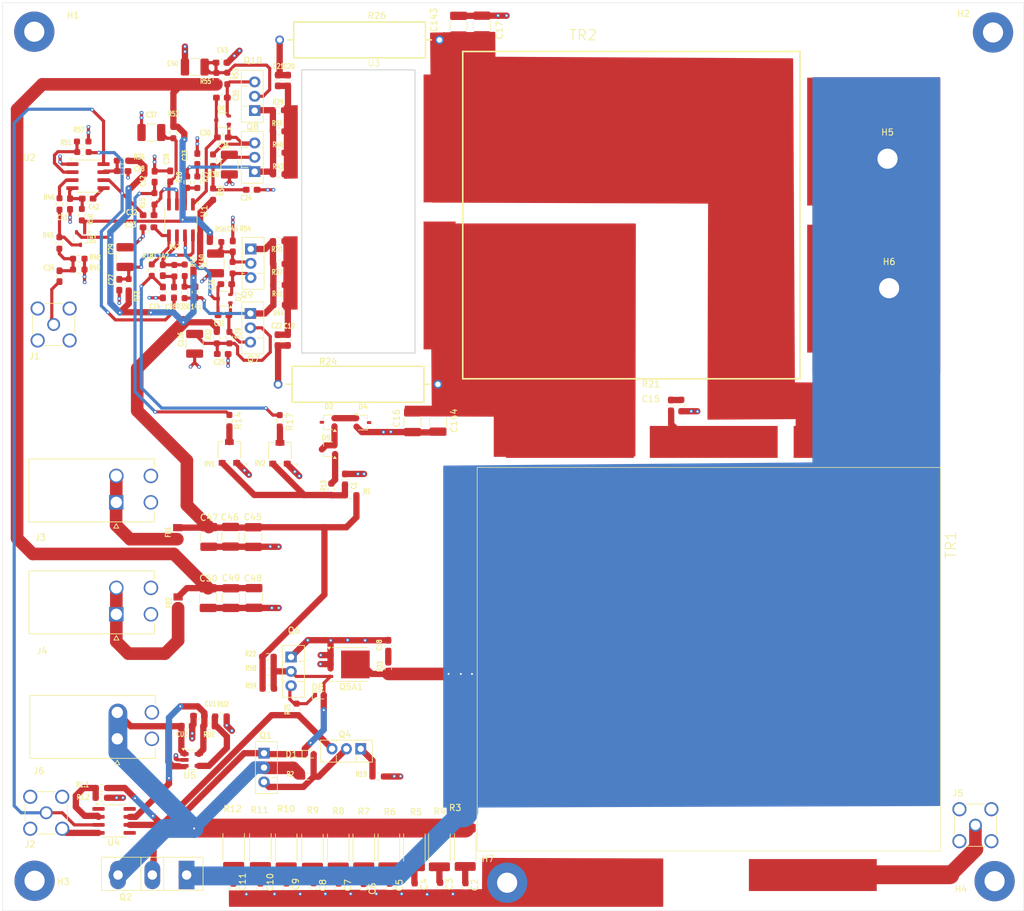
<source format=kicad_pcb>
(kicad_pcb (version 20240108) (generator "pcbnew") (generator_version "8.0")
  (layers (0 "F.Cu" signal) (1 "In1.Cu" signal) (2 "In2.Cu" signal) (31 "B.Cu" signal) (34 "B.Paste" user) (35 "F.Paste" user) (36 "B.SilkS" user "B.Overlay") (37 "F.SilkS" user "F.Overlay") (38 "B.Mask" user "B.Solder") (39 "F.Mask" user "F.Solder") (44 "Edge.Cuts" user))
  (net 0 "")
  (net 1 "Net-(C1-Pad1)")
  (net 2 "GND")
  (net 3 "Net-(C2-Pad1)")
  (net 4 "Net-(C3-Pad1)")
  (net 5 "Net-(C4-Pad1)")
  (net 6 "Net-(C5-Pad1)")
  (net 7 "Net-(C6-Pad1)")
  (net 8 "Net-(C7-Pad1)")
  (net 9 "Net-(C8-Pad1)")
  (net 10 "Net-(C9-Pad1)")
  (net 11 "Net-(C10-Pad1)")
  (net 12 "Net-(C11-Pad1)")
  (net 13 "Net-(C12-Pad1)")
  (net 14 "Net-(C14-Pad1)")
  (net 15 "Net-(C15-Pad1)")
  (net 16 "Net-(TR1-PM)")
  (net 17 "/HF Part/D2")
  (net 18 "/HF Part/D1")
  (net 19 "Net-(C18-Pad1)")
  (net 20 "Output_OPV2_2")
  (net 21 "/HF Part/RFB2")
  (net 22 "/HF Part/RFB1")
  (net 23 "Output_OPV2_1")
  (net 24 "Net-(C23-Pad1)")
  (net 25 "Net-(Q8-C)")
  (net 26 "Net-(Q7-C)")
  (net 27 "Net-(U1-+VS)")
  (net 28 "Net-(U2-V+)")
  (net 29 "Net-(U1-OUT1)")
  (net 30 "Net-(Q8-B)")
  (net 31 "Net-(Q7-B)")
  (net 32 "Net-(U1-OUT2)")
  (net 33 "bias1")
  (net 34 "Output_OPV1")
  (net 35 "bias2")
  (net 36 "Input_Signal")
  (net 37 "Net-(C34-Pad2)")
  (net 38 "Net-(D6-A)")
  (net 39 "Net-(D7-A)")
  (net 40 "Net-(U1--VS)")
  (net 41 "Net-(C142-Pad1)")
  (net 42 "Net-(Q10-E)")
  (net 43 "Net-(U2-V-)")
  (net 44 "Net-(U2-C_{COMP})")
  (net 45 "Vp")
  (net 46 "Vn")
  (net 47 "Net-(C141-Pad1)")
  (net 48 "Net-(Q7-E)")
  (net 49 "Net-(U1--IN2)")
  (net 50 "Net-(U4-V+)")
  (net 51 "Input_56V")
  (net 52 "Net-(D1-K)")
  (net 53 "/Switch/G")
  (net 54 "Net-(D9-A)")
  (net 55 "Net-(D2-A)")
  (net 58 "Net-(D5-K-Pad3)")
  (net 59 "Net-(D8-A)")
  (net 60 "Net-(D9-K-Pad1)")
  (net 61 "Enable")
  (net 62 "/HF Part/Output")
  (net 63 "Output_56V")
  (net 64 "Net-(Q4-E)")
  (net 65 "/Switch/ENA")
  (net 66 "Net-(Q10-C)")
  (net 67 "Net-(U4--)")
  (net 68 "Net-(R14-Pad2)")
  (net 69 "Net-(R17-Pad2)")
  (net 70 "Net-(U1--IN1)")
  (net 71 "Net-(U2-+)")
  (net 72 "Net-(U2--)")
  (net 73 "Net-(U5-ADJ)")
  (net 77 "Net-(Q9-C)")
  (net 78 "Net-(J3-Pin_1)")
  (net 79 "Net-(J4-Pin_1)")
  (footprint "Capacitor_SMD:C_0603_1608Metric_Pad1.08x0.95mm_HandSolder" (layer "F.Cu") (at 99.0875 157.8 -90)
    (property "Reference" "C3")
    (property "Value" "0.1uF")
  )
  (footprint "Resistor_SMD:R_0603_1608Metric_Pad0.98x0.95mm_HandSolder" (layer "F.Cu") (at 64.2375 130.5425)
    (property "Reference" "RU2")
    (property "Value" "1.35k")
  )
  (footprint "MountingHole:MountingHole_3.2mm_M3_Pad" (layer "F.Cu") (at 34.58 21.72)
    (property "Reference" "H1")
    (property "Value" "MountingHole")
  )
  (footprint "Resistor_SMD:R_0603_1608Metric_Pad0.98x0.95mm_HandSolder" (layer "F.Cu") (at 45.25 141.9175 180)
    (property "Reference" "R1.1")
    (property "Value" "10k")
  )
  (footprint "Resistor_SMD:R_0603_1608Metric_Pad0.98x0.95mm_HandSolder" (layer "F.Cu") (at 42.3125 40.8475)
    (property "Reference" "R51")
    (property "Value" "470R")
  )
  (footprint "Capacitor_SMD:C_1210_3225Metric_Pad1.33x2.70mm_HandSolder" (layer "F.Cu") (at 102.0125 20.7625 -90)
    (property "Reference" "C143")
    (property "Value" "470p")
  )
  (footprint "Resistor_SMD:R_0603_1608Metric_Pad0.98x0.95mm_HandSolder" (layer "F.Cu") (at 84.8625 95.3925)
    (property "Reference" "R1")
    (property "Value" "4k7")
  )
  (footprint "Capacitor_SMD:C_0603_1608Metric_Pad1.08x0.95mm_HandSolder" (layer "F.Cu") (at 55.0125 59.6265 90)
    (property "Reference" "C142")
    (property "Value" "NDA")
  )
  (footprint "Capacitor_SMD:C_0603_1608Metric_Pad1.08x0.95mm_HandSolder" (layer "F.Cu") (at 74.9025 29.4835 90)
    (property "Reference" "C20")
    (property "Value" "1nF")
  )
  (footprint "Resistor_SMD:R_0603_1608Metric_Pad0.98x0.95mm_HandSolder" (layer "F.Cu") (at 78.0625 140.1125)
    (property "Reference" "R2")
    (property "Value" "330R")
  )
  (footprint "Capacitor_SMD:C_0603_1608Metric_Pad1.08x0.95mm_HandSolder" (layer "F.Cu") (at 66.1275 55.8425 90)
    (property "Reference" "C44")
    (property "Value" "0.1uF")
  )
  (footprint "Capacitor_SMD:C_1210_3225Metric_Pad1.33x2.70mm_HandSolder" (layer "F.Cu") (at 69.3875 102.0375 -90)
    (property "Reference" "C45")
    (property "Value" "10uF")
  )
  (footprint "Capacitor_SMD:C_0603_1608Metric_Pad1.08x0.95mm_HandSolder" (layer "F.Cu") (at 91.0625 157.9375 -90)
    (property "Reference" "C5")
    (property "Value" "0.1uF")
  )
  (footprint "Capacitor_SMD:C_0603_1608Metric_Pad1.08x0.95mm_HandSolder" (layer "F.Cu") (at 73.2525 70.739 -90)
    (property "Reference" "C22")
    (property "Value" "DNA")
  )
  (footprint "Resistor_SMD:R_2512_6332Metric_Pad1.40x3.35mm_HandSolder" (layer "F.Cu") (at 86.9375 151.3875 -90)
    (property "Reference" "R7")
    (property "Value" "2R2")
  )
  (footprint "Package_TO_SOT_SMD:SOT-323_SC-70" (layer "F.Cu") (at 81.2875 83.7925 180)
    (property "Reference" "D2")
    (property "Value" "BAV99WT1G")
  )
  (footprint "Resistor_SMD:R_2512_6332Metric_Pad1.40x3.35mm_HandSolder" (layer "F.Cu") (at 74.6125 151.3875 -90)
    (property "Reference" "R10")
    (property "Value" "2R2")
  )
  (footprint "MountingHole:MountingHole_3.2mm_M3_Pad" (layer "F.Cu") (at 170.18 41.91)
    (property "Reference" "H5")
    (property "Value" "MountingHole_Pad")
  )
  (footprint "Capacitor_SMD:C_1210_3225Metric_Pad1.33x2.70mm_HandSolder" (layer "F.Cu") (at 60.0875 27.3425 180)
    (property "Reference" "C40")
    (property "Value" "10uF")
  )
  (footprint "MountingHole:MountingHole_3.2mm_M3_Pad" (layer "F.Cu") (at 186.944 21.844)
    (property "Reference" "H2")
    (property "Value" "MountingHole")
  )
  (footprint "Resistor_SMD:R_0603_1608Metric_Pad0.98x0.95mm_HandSolder" (layer "F.Cu") (at 60.4875 45.6425 -90)
    (property "Reference" "R27")
    (property "Value" "470R")
  )
  (footprint "Capacitor_SMD:C_0603_1608Metric_Pad1.08x0.95mm_HandSolder" (layer "F.Cu") (at 56.1875 44.705 90)
    (property "Reference" "C39")
    (property "Value" "0.1uF")
  )
  (footprint "Capacitor_SMD:C_0603_1608Metric_Pad1.08x0.95mm_HandSolder" (layer "F.Cu") (at 64.325 26.6425)
    (property "Reference" "C43")
    (property "Value" "0.1uF")
  )
  (footprint "Package_TO_SOT_SMD:SOT-323_SC-70" (layer "F.Cu") (at 64.7525 64.1515 180)
    (property "Reference" "D7")
    (property "Value" "BAV99WT1G")
  )
  (footprint "Resistor_SMD:R_0603_1608Metric_Pad0.98x0.95mm_HandSolder" (layer "F.Cu") (at 62.9875 47.5425 -90)
    (property "Reference" "R31")
    (property "Value" "2R2")
  )
  (footprint "Capacitor_SMD:C_1210_3225Metric_Pad1.33x2.70mm_HandSolder" (layer "F.Cu") (at 65.8125 111.7375 -90)
    (property "Reference" "C49")
    (property "Value" "10uF")
  )
  (footprint "Capacitor_SMD:C_0603_1608Metric_Pad1.08x0.95mm_HandSolder" (layer "F.Cu") (at 95.0375 157.8875 -90)
    (property "Reference" "C4")
    (property "Value" "0.1uF")
  )
  (footprint "Capacitor_SMD:C_0603_1608Metric_Pad1.08x0.95mm_HandSolder" (layer "F.Cu") (at 60.1875 63.1265 -90)
    (property "Reference" "C141")
    (property "Value" "10p")
  )
  (footprint "Capacitor_SMD:C_1210_3225Metric_Pad1.33x2.70mm_HandSolder" (layer "F.Cu") (at 48.9875 57.5425 90)
    (property "Reference" "C29")
    (property "Value" "10uF")
  )
  (footprint "Package_SO:SOIC-8_3.9x4.9mm_P1.27mm" (layer "F.Cu") (at 57.8875 51.6425 -90)
    (property "Reference" "U1")
    (property "Value" "AD8017ARZ")
  )
  (footprint "MountingHole:MountingHole_3.2mm_M3_Pad" (layer "F.Cu") (at 170.434 62.484)
    (property "Reference" "H6")
    (property "Value" "MountingHole_Pad")
  )
  (footprint "Library:TR1" (layer "F.Cu") (at 142.054 118.917 180)
    (property "Reference" "TR1")
    (property "Value" "1:1:4:4")
  )
  (footprint "Library:PVG3A" (layer "F.Cu") (at 65.5875 88.5925 180)
    (property "Reference" "RV1")
    (property "Value" "R_Potentiometer")
  )
  (footprint "Resistor_SMD:R_0603_1608Metric_Pad0.98x0.95mm_HandSolder" (layer "F.Cu") (at 56.6875 37.7425 90)
    (property "Reference" "R52")
    (property "Value" "2R2")
  )
  (footprint "Capacitor_SMD:C_0603_1608Metric_Pad1.08x0.95mm_HandSolder" (layer "F.Cu") (at 73.3025 29.471 90)
    (property "Reference" "C21")
    (property "Value" "DNA")
  )
  (footprint "Resistor_SMD:R_0603_1608Metric_Pad0.98x0.95mm_HandSolder" (layer "F.Cu") (at 65.5875 83.5425 -90)
    (property "Reference" "R14")
    (property "Value" "120R")
  )
  (footprint "Capacitor_SMD:C_0603_1608Metric_Pad1.08x0.95mm_HandSolder" (layer "F.Cu") (at 64.54 38.5175)
    (property "Reference" "C30")
    (property "Value" "0.1uF")
  )
  (footprint "Capacitor_SMD:C_0603_1608Metric_Pad1.08x0.95mm_HandSolder" (layer "F.Cu") (at 69.125 46.8425)
    (property "Reference" "C24")
    (property "Value" "0.1uF")
  )
  (footprint "Package_TO_SOT_THT:TO-126-3_Vertical" (layer "F.Cu") (at 69.6025 34.2615 90)
    (property "Reference" "Q10")
    (property "Value" "BD140")
  )
  (footprint "Capacitor_SMD:C_0603_1608Metric_Pad1.08x0.95mm_HandSolder" (layer "F.Cu") (at 56.7875 63.164 90)
    (property "Reference" "C38")
    (property "Value" "0.1uF")
  )
  (footprint "Capacitor_SMD:C_0603_1608Metric_Pad1.08x0.95mm_HandSolder" (layer "F.Cu") (at 74.8775 70.714 -90)
    (property "Reference" "C19")
    (property "Value" "1nF")
  )
  (footprint "Library:TO-247-3_MOSFET" (layer "F.Cu") (at 58.7875 155.7425 180)
    (property "Reference" "Q2")
    (property "Value" "IXTH90P10P")
  )
  (footprint "Capacitor_SMD:C_0603_1608Metric_Pad1.08x0.95mm_HandSolder" (layer "F.Cu") (at 40.2625 49.0975 -90)
    (property "Reference" "C41")
    (property "Value" "0.1uF")
  )
  (footprint "Connector_Coaxial:SMA_Amphenol_901-144_Vertical" (layer "F.Cu") (at 36.48 145.85)
    (property "Reference" "J2")
    (property "Value" "Enable")
  )
  (footprint "Library:MOLEX_26013115" (layer "F.Cu") (at 47.61 96.52 -90)
    (property "Reference" "J3")
    (property "Value" "Vp_8V")
  )
  (footprint "Package_TO_SOT_THT:TO-126-3_Vertical" (layer "F.Cu") (at 71.0875 136.3875 -90)
    (property "Reference" "Q1")
    (property "Value" "BD139")
  )
  (footprint "Package_SO:SOIC-8_3.9x4.9mm_P1.27mm" (layer "F.Cu") (at 43.1125 44.6725)
    (property "Reference" "U2")
    (property "Value" "AD8021AR")
  )
  (footprint "Capacitor_SMD:C_0603_1608Metric_Pad1.08x0.95mm_HandSolder" (layer "F.Cu") (at 38.5875 60.5725 90)
    (property "Reference" "C34")
    (property "Value" "4n7")
  )
  (footprint "Package_TO_SOT_SMD:SOT-323_SC-70" (layer "F.Cu") (at 86.7875 83.8425)
    (property "Reference" "D4")
    (property "Value" "BAV99WT1G")
  )
  (footprint "Resistor_SMD:R_2512_6332Metric_Pad1.40x3.35mm_HandSolder" (layer "F.Cu") (at 90.9375 151.3875 -90)
    (property "Reference" "R6")
    (property "Value" "2R2")
  )
  (footprint "Resistor_SMD:R_0603_1608Metric_Pad0.98x0.95mm_HandSolder" (layer "F.Cu") (at 63.5275 29.1765 -90)
    (property "Reference" "R55")
    (property "Value" "2R2")
  )
  (footprint "Capacitor_SMD:C_0603_1608Metric_Pad1.08x0.95mm_HandSolder" (layer "F.Cu") (at 65.0875 61.8425)
    (property "Reference" "C36")
    (property "Value" "0.1uF")
  )
  (footprint "Capacitor_SMD:C_0603_1608Metric_Pad1.08x0.95mm_HandSolder" (layer "F.Cu") (at 83.9625 92.8675 90)
    (property "Reference" "C1")
    (property "Value" "0.1uF")
  )
  (footprint "Package_TO_SOT_THT:TO-126-3_Vertical" (layer "F.Cu") (at 75.3875 121.1 -90)
    (property "Reference" "Q6")
    (property "Value" "BD139")
  )
  (footprint "Capacitor_SMD:C_0603_1608Metric_Pad1.08x0.95mm_HandSolder" (layer "F.Cu") (at 82.9375 157.9125 -90)
    (property "Reference" "C7")
    (property "Value" "0.1uF")
  )
  (footprint "Connector_Coaxial:SMA_Amphenol_901-144_Vertical" (layer "F.Cu") (at 184.15 147.828)
    (property "Reference" "J5")
    (property "Value" "Output")
  )
  (footprint "Resistor_SMD:R_0603_1608Metric_Pad0.98x0.95mm_HandSolder" (layer "F.Cu") (at 49.5875 61.9425 -90)
    (property "Reference" "R33")
    (property "Value" "2R2")
  )
  (footprint "Resistor_SMD:R_0603_1608Metric_Pad0.98x0.95mm_HandSolder" (layer "F.Cu") (at 41.65 59.5225)
    (property "Reference" "R49")
    (property "Value" "100R")
  )
  (footprint "Capacitor_SMD:C_0603_1608Metric_Pad1.08x0.95mm_HandSolder" (layer "F.Cu") (at 66.2125 157.9375 -90)
    (property "Reference" "C11")
    (property "Value" "0.1uF")
  )
  (footprint "Resistor_SMD:R_0603_1608Metric_Pad0.98x0.95mm_HandSolder" (layer "F.Cu") (at 81.7875 94.4425 90)
    (property "Reference" "R13")
    (property "Value" "120R")
  )
  (footprint "Package_TO_SOT_SMD:TDSON-8-1" (layer "F.Cu") (at 84.5625 122.28)
    (property "Reference" "Q5A1")
    (property "Value" "BSC340N08NS3G")
  )
  (footprint "Resistor_SMD:R_0603_1608Metric_Pad0.98x0.95mm_HandSolder" (layer "F.Cu") (at 38.5875 49.0975 -90)
    (property "Reference" "R46")
    (property "Value" "100R")
  )
  (footprint "Resistor_SMD:R_0603_1608Metric_Pad0.98x0.95mm_HandSolder" (layer "F.Cu") (at 53.2475 59.6175 -90)
    (property "Reference" "R18")
    (property "Value" "4k7")
  )
  (footprint "Capacitor_SMD:C_0603_1608Metric_Pad1.08x0.95mm_HandSolder" (layer "F.Cu") (at 52.74 50.8835)
    (property "Reference" "C32")
    (property "Value" "0.1uF")
  )
  (footprint "Capacitor_SMD:C_1210_3225Metric_Pad1.33x2.70mm_HandSolder" (layer "F.Cu") (at 98.7375 83.725 90)
    (property "Reference" "C144")
    (property "Value" "470p")
  )
  (footprint "Resistor_SMD:R_0603_1608Metric_Pad0.98x0.95mm_HandSolder" (layer "F.Cu") (at 66.0875 59.23 90)
    (property "Reference" "R54")
    (property "Value" "10k")
  )
  (footprint "Resistor_SMD:R_0603_1608Metric_Pad0.98x0.95mm_HandSolder" (layer "F.Cu") (at 73.4525 58.6265 180)
    (property "Reference" "R37")
    (property "Value" "39R")
  )
  (footprint "Library:BLM21PG300SN1B" (layer "F.Cu") (at 57.4375 112.4375 -90)
    (property "Reference" "FB2")
    (property "Value" "FerriteBead")
  )
  (footprint "Resistor_SMD:R_0603_1608Metric_Pad0.98x0.95mm_HandSolder" (layer "F.Cu") (at 58.4875 59.639 90)
    (property "Reference" "R42")
    (property "Value" "220R")
  )
  (footprint "Resistor_SMD:R_0603_1608Metric_Pad0.98x0.95mm_HandSolder" (layer "F.Cu") (at 73.3525 34.2015 180)
    (property "Reference" "R29")
    (property "Value" "39R")
  )
  (footprint "Resistor_SMD:R_2512_6332Metric_Pad1.40x3.35mm_HandSolder" (layer "F.Cu") (at 98.9625 151.3875 -90)
    (property "Reference" "R4")
    (property "Value" "2R2")
  )
  (footprint "Capacitor_SMD:C_1210_3225Metric_Pad1.33x2.70mm_HandSolder" (layer "F.Cu") (at 63.3875 58.5425 -90)
    (property "Reference" "C140")
    (property "Value" "10uF")
  )
  (footprint "Capacitor_SMD:C_0603_1608Metric_Pad1.08x0.95mm_HandSolder" (layer "F.Cu") (at 60.75 130.45 180)
    (property "Reference" "CU1")
    (property "Value" "1uF")
  )
  (footprint "Library:D_SOD-523_new" (layer "F.Cu") (at 79.9125 127.15)
    (property "Reference" "D8")
    (property "Value" "BAT54XV2T5G")
  )
  (footprint "Library:D_SOD-523_new" (layer "F.Cu") (at 78.2875 136.5425)
    (property "Reference" "D1")
    (property "Value" "BAT54XV2T5G")
  )
  (footprint "Library:BLM21PG300SN1B" (layer "F.Cu") (at 57.37 101.43 -90)
    (property "Reference" "FB1")
    (property "Value" "FerriteBead")
  )
  (footprint "Resistor_SMD:R_0603_1608Metric_Pad0.98x0.95mm_HandSolder" (layer "F.Cu") (at 42.275 39.1725 180)
    (property "Reference" "R57")
    (property "Value" "470R")
  )
  (footprint "Capacitor_SMD:C_0603_1608Metric_Pad1.08x0.95mm_HandSolder" (layer "F.Cu") (at 78.9625 157.8625 -90)
    (property "Reference" "C8")
    (property "Value" "0.1uF")
  )
  (footprint "Library:MOLEX_26013115" (layer "F.Cu") (at 47.62 114.31 -90)
    (property "Reference" "J4")
    (property "Value" "Vn_-5V")
  )
  (footprint "Resistor_SMD:R_2512_6332Metric_Pad1.40x3.35mm_HandSolder" (layer "F.Cu") (at 78.7875 151.4375 -90)
    (property "Reference" "R9")
    (property "Value" "2R2")
  )
  (footprint "Package_TO_SOT_THT:TO-126-3_Vertical" (layer "F.Cu") (at 68.9275 66.5015 -90)
    (property "Reference" "Q7")
    (property "Value" "BD139")
  )
  (footprint "Resistor_SMD:R_0603_1608Metric_Pad0.98x0.95mm_HandSolder" (layer "F.Cu") (at 73.5875 83.5675 -90)
    (property "Reference" "R17")
    (property "Value" "120R")
  )
  (footprint "MountingHole:MountingHole_3.2mm_M3_Pad" (layer "F.Cu") (at 109.728 156.972)
    (property "Reference" "H7")
    (property "Value" "MountingHole_Pad")
  )
  (footprint "Library:PVG3A" (layer "F.Cu") (at 73.625 88.7175 180)
    (property "Reference" "RV2")
    (property "Value" "R_Potentiometer")
  )
  (footprint "Capacitor_SMD:C_1210_3225Metric_Pad1.33x2.70mm_HandSolder" (layer "F.Cu") (at 60.0625 71.3175 -90)
    (property "Reference" "C126")
    (property "Value" "10uF")
  )
  (footprint "Capacitor_SMD:C_1210_3225Metric_Pad1.33x2.70mm_HandSolder" (layer "F.Cu") (at 65.7625 101.9875 -90)
    (property "Reference" "C46")
    (property "Value" "10uF")
  )
  (footprint "Resistor_SMD:R_0603_1608Metric_Pad0.98x0.95mm_HandSolder" (layer "F.Cu") (at 71.775 126.125)
    (property "Reference" "R59")
    (property "Value" "220R")
  )
  (footprint "Resistor_SMD:R_2512_6332Metric_Pad1.40x3.35mm_HandSolder" (layer "F.Cu") (at 94.9875 151.3875 -90)
    (property "Reference" "R5")
    (property "Value" "2R2")
  )
  (footprint "Resistor_SMD:R_0603_1608Metric_Pad0.98x0.95mm_HandSolder" (layer "F.Cu") (at 73.415 37.5515 180)
    (property "Reference" "R34")
    (property "Value" "39R")
  )
  (footprint "Capacitor_SMD:C_0603_1608Metric_Pad1.08x0.95mm_HandSolder" (layer "F.Cu") (at 48.6125 43.8725)
    (property "Reference" "C28")
    (property "Value" "0.1uF")
  )
  (footprint "Resistor_SMD:R_0603_1608Metric_Pad0.98x0.95mm_HandSolder" (layer "F.Cu") (at 137.414 81.1295 -90)
    (property "Reference" "R21")
    (property "Value" "22R")
  )
  (footprint "Capacitor_SMD:C_0603_1608Metric_Pad1.08x0.95mm_HandSolder" (layer "F.Cu") (at 64.525 72.9425)
    (property "Reference" "C25")
    (property "Value" "0.1uF")
  )
  (footprint "Capacitor_SMD:C_1210_3225Metric_Pad1.33x2.70mm_HandSolder" (layer "F.Cu") (at 62.3175 102.0125 -90)
    (property "Reference" "C47")
    (property "Value" "10uF")
  )
  (footprint "Library:AX_1.000X.225_.034" (layer "F.Cu") (at 88.1025 78.2385 180)
    (property "Reference" "R24")
    (property "Value" "270R")
  )
  (footprint "Capacitor_SMD:C_0603_1608Metric_Pad1.08x0.95mm_HandSolder" (layer "F.Cu") (at 86.9125 157.9875 -90)
    (property "Reference" "C6")
    (property "Value" "0.1uF")
  )
  (footprint "Resistor_SMD:R_0603_1608Metric_Pad0.98x0.95mm_HandSolder" (layer "F.Cu") (at 73.44 40.9515 180)
    (property "Reference" "R40")
    (property "Value" "39R")
  )
  (footprint "Resistor_SMD:R_0603_1608Metric_Pad0.98x0.95mm_HandSolder" (layer "F.Cu") (at 56.8375 59.7015 -90)
    (property "Reference" "R47")
    (property "Value" "220R")
  )
  (footprint "Resistor_SMD:R_0603_1608Metric_Pad0.98x0.95mm_HandSolder" (layer "F.Cu") (at 63.3875 55.1425 180)
    (property "Reference" "R56")
    (property "Value" "2R2")
  )
  (footprint "Package_TO_SOT_SMD:SOT-323_SC-70" (layer "F.Cu") (at 64.5025 35.7765 180)
    (property "Reference" "D6")
    (property "Value" "BAV99WT1G")
  )
  (footprint "Capacitor_SMD:C_1210_3225Metric_Pad1.33x2.70mm_HandSolder" (layer "F.Cu") (at 105.7125 20.7375 -90)
    (property "Reference" "C17")
    (property "Value" "470p")
  )
  (footprint "MountingHole:MountingHole_3.2mm_M3_Pad" (layer "F.Cu") (at 187.198 156.718)
    (property "Reference" "H4")
    (property "Value" "MountingHole")
  )
  (footprint "Capacitor_SMD:C_1210_3225Metric_Pad1.33x2.70mm_HandSolder" (layer "F.Cu") (at 62.2175 111.7375 -90)
    (property "Reference" "C50")
    (property "Value" "10uF")
  )
  (footprint "Resistor_SMD:R_0603_1608Metric_Pad0.98x0.95mm_HandSolder" (layer "F.Cu") (at 53.6775 48.2835 90)
    (property "Reference" "R15")
    (property "Value" "4k7")
  )
  (footprint "Capacitor_SMD:C_0603_1608Metric_Pad1.08x0.95mm_HandSolder" (layer "F.Cu") (at 58.8125 132.05)
    (property "Reference" "CU2")
    (property "Value" "1uF")
  )
  (footprint "Resistor_SMD:R_2512_6332Metric_Pad1.40x3.35mm_HandSolder" (layer "F.Cu") (at 82.8875 151.4125 -90)
    (property "Reference" "R8")
    (property "Value" "2R2")
  )
  (footprint "Resistor_SMD:R_0603_1608Metric_Pad0.98x0.95mm_HandSolder" (layer "F.Cu") (at 76.2625 129.425 90)
    (property "Reference" "R25")
    (property "Value" "4k7")
  )
  (footprint "Capacitor_SMD:C_0603_1608Metric_Pad1.08x0.95mm_HandSolder" (layer "F.Cu") (at 52.7275 52.8085)
    (property "Reference" "C33")
    (property "Value" "0.1uF")
  )
  (footprint "MountingHole:MountingHole_3.2mm_M3_Pad" (layer "F.Cu") (at 34.63 156.66)
    (property "Reference" "H3")
    (property "Value" "MountingHole")
  )
  (footprint "Resistor_SMD:R_0603_1608Metric_Pad0.98x0.95mm_HandSolder" (layer "F.Cu") (at 63.5875 70.3425 90)
    (property "Reference" "R32")
    (property "Value" "2R2")
  )
  (footprint "Capacitor_SMD:C_0603_1608Metric_Pad1.08x0.95mm_HandSolder" (layer "F.Cu") (at 64.64 66.7765)
    (property "Reference" "C31")
    (property "Value" "0.1uF")
  )
  (footprint "Resistor_SMD:R_0603_1608Metric_Pad0.98x0.95mm_HandSolder" (layer "F.Cu") (at 65.2525 29.1515 90)
    (property "Reference" "R53")
    (property "Value" "10k")
  )
  (footprint "Resistor_SMD:R_0603_1608Metric_Pad0.98x0.95mm_HandSolder" (layer "F.Cu") (at 58.4625 63.1515 90)
    (property "Reference" "R35")
    (property "Value" "220R")
  )
  (footprint "Resistor_SMD:R_0603_1608Metric_Pad0.98x0.95mm_HandSolder" (layer "F.Cu") (at 73.49 65.1515 180)
    (property "Reference" "R44")
    (property "Value" "39R")
  )
  (footprint "Resistor_SMD:R_0603_1608Metric_Pad0.98x0.95mm_HandSolder" (layer "F.Cu") (at 45.2375 143.4675)
    (property "Reference" "R1.2")
    (property "Value" "2k")
  )
  (footprint "Resistor_SMD:R_0603_1608Metric_Pad0.98x0.95mm_HandSolder" (layer "F.Cu") (at 89.2375 140.0875)
    (property "Reference" "R19")
    (property "Value" "120R")
  )
  (footprint "Library:AX_1.000X.225_.034" (layer "F.Cu") (at 88.3525 23.5085 180)
    (property "Reference" "R26")
    (property "Value" "270R")
  )
  (footprint "Package_TO_SOT_THT:TO-126-3_Vertical" (layer "F.Cu") (at 86.4625 135.6875 180)
    (property "Reference" "Q4")
    (property "Value" "BD139")
  )
  (footprint "Resistor_SMD:R_0603_1608Metric_Pad0.98x0.95mm_HandSolder" (layer "F.Cu") (at 48.6125 42.2225)
    (property "Reference" "R36")
    (property "Value" "2R2")
  )
  (footprint "Resistor_SMD:R_2512_6332Metric_Pad1.40x3.35mm_HandSolder" (layer "F.Cu") (at 70.5125 151.3375 -90)
    (property "Reference" "R11")
    (property "Value" "2R2")
  )
  (footprint "Resistor_SMD:R_0603_1608Metric_Pad0.98x0.95mm_HandSolder" (layer "F.Cu") (at 65.5875 70.3425 90)
    (property "Reference" "R39")
    (property "Value" "10k")
  )
  (footprint "Capacitor_SMD:C_0603_1608Metric_Pad1.08x0.95mm_HandSolder" (layer "F.Cu") (at 90.8375 119.3 90)
    (property "Reference" "C18")
    (property "Value" "1nF")
  )
  (footprint "Capacitor_SMD:C_0603_1608Metric_Pad1.08x0.95mm_HandSolder" (layer "F.Cu") (at 70.5125 157.9125 -90)
    (property "Reference" "C10")
    (property "Value" "0.1uF")
  )
  (footprint "Package_TO_SOT_THT:TO-126-3_Vertical" (layer "F.Cu") (at 68.9775 56.2515 -90)
    (property "Reference" "Q9")
    (property "Value" "BD140")
  )
  (footprint "Library:MOLEX_26013115" (layer "F.Cu") (at 47.77 134.1 -90)
    (property "Reference" "J6")
    (property "Value" "Input_56V")
  )
  (footprint "Resistor_SMD:R_0603_1608Metric_Pad0.98x0.95mm_HandSolder" (layer "F.Cu") (at 73.44 44.3765 180)
    (property "Reference" "R43")
    (property "Value" "39R")
  )
  (footprint "Package_TO_SOT_SMD:SOT-323_SC-70" (layer "F.Cu") (at 41.9375 54.5975 -90)
    (property "Reference" "D5")
    (property "Value" "BAV99WT1G")
  )
  (footprint "Package_TO_SOT_THT:TO-126-3_Vertical" (layer "F.Cu") (at 69.6025 43.9615 90)
    (property "Reference" "Q8")
    (property "Value" "BD139")
  )
  (footprint "Resistor_SMD:R_0603_1608Metric_Pad0.98x0.95mm_HandSolder" (layer "F.Cu") (at 73.465 61.9765 180)
    (property "Reference" "R41")
    (property "Value" "39R")
  )
  (footprint "Capacitor_SMD:C_0603_1608Metric_Pad1.08x0.95mm_HandSolder" (layer "F.Cu") (at 64.3875 32.2015)
    (property "Reference" "C35")
    (property "Value" "0.1uF")
  )
  (footprint "Resistor_SMD:R_0603_1608Metric_Pad0.98x0.95mm_HandSolder" (layer "F.Cu") (at 71.7125 121.075)
    (property "Reference" "R22")
    (property "Value" "220R")
  )
  (footprint "Resistor_SMD:R_0603_1608Metric_Pad0.98x0.95mm_HandSolder" (layer "F.Cu") (at 90.8375 122.875 90)
    (property "Reference" "R23")
    (property "Value" "2R2")
  )
  (footprint "Library:TR2" (layer "F.Cu") (at 129.724 56.21)
    (property "Reference" "TR2")
    (property "Value" "1:1")
  )
  (footprint "Resistor_SMD:R_0603_1608Metric_Pad0.98x0.95mm_HandSolder" (layer "F.Cu") (at 58.8875 45.63 90)
    (property "Reference" "R28")
    (property "Value" "470R")
  )
  (footprint "Capacitor_SMD:C_1210_3225Metric_Pad1.33x2.70mm_HandSolder" (layer "F.Cu") (at 69.4875 111.7125 -90)
    (property "Reference" "C48")
    (property "Value" "10uF")
  )
  (footprint "Resistor_SMD:R_2512_6332Metric_Pad1.40x3.35mm_HandSolder" (layer "F.Cu") (at 66.2625 151.3125 -90)
    (property "Reference" "R12")
    (property "Value" "2R2")
  )
  (footprint "Capacitor_SMD:C_0603_1608Metric_Pad1.08x0.95mm_HandSolder" (layer "F.Cu") (at 103.1125 157.8625 -90)
    (property "Reference" "C2")
    (property "Value" "0.1uF")
  )
  (footprint "Capacitor_SMD:C_0603_1608Metric_Pad1.08x0.95mm_HandSolder" (layer "F.Cu") (at 60.4875 41.9425 90)
    (property "Reference" "C23")
    (property "Value" "0.1uF")
  )
  (footprint "Capacitor_SMD:C_1210_3225Metric_Pad1.33x2.70mm_HandSolder" (layer "F.Cu") (at 94.6875 83.7875 90)
    (property "Reference" "C16")
    (property "Value" "470p")
  )
  (footprint "Capacitor_SMD:C_0603_1608Metric_Pad1.08x0.95mm_HandSolder" (layer "F.Cu") (at 53.7025 44.7585 90)
    (property "Reference" "C12")
    (property "Value" "0.1uF")
  )
  (footprint "Package_TO_SOT_SMD:SOT-323_SC-70" (layer "F.Cu") (at 81.2875 88.0925 180)
    (property "Reference" "D9")
    (property "Value" "BAV99WT1G")
  )
  (footprint "Capacitor_SMD:C_1210_3225Metric_Pad1.33x2.70mm_HandSolder" (layer "F.Cu") (at 65.5875 42.8425 -90)
    (property "Reference" "C26")
    (property "Value" "10uF")
  )
  (footprint "Package_SO:SOIC-8_3.9x4.9mm_P1.27mm" (layer "F.Cu") (at 47.2625 147.1425)
    (property "Reference" "U4")
    (property "Value" "AD8033")
  )
  (footprint "Library:SOT539A" (layer "F.Cu") (at 86.0775 36.4035)
    (property "Reference" "U3")
    (property "Value" "BLF188XRU")
    (fp_rect (start -9 -8.62) (end 9 36.38) (stroke (width 0.15)) (fill none) (layer "Edge.Cuts"))
  )
  (footprint "Capacitor_SMD:C_0603_1608Metric_Pad1.08x0.95mm_HandSolder" (layer "F.Cu") (at 48.0875 61.9425 -90)
    (property "Reference" "C27")
    (property "Value" "0.1uF")
  )
  (footprint "Capacitor_SMD:C_0603_1608Metric_Pad1.08x0.95mm_HandSolder" (layer "F.Cu") (at 55.0225 63.155 -90)
    (property "Reference" "C14")
    (property "Value" "0.1uF")
  )
  (footprint "Resistor_SMD:R_0603_1608Metric_Pad0.98x0.95mm_HandSolder" (layer "F.Cu") (at 38.5625 55.2975 -90)
    (property "Reference" "R45")
    (property "Value" "100R")
  )
  (footprint "Capacitor_SMD:C_0603_1608Metric_Pad1.08x0.95mm_HandSolder" (layer "F.Cu") (at 74.6625 157.9 -90)
    (property "Reference" "C9")
    (property "Value" "0.1uF")
  )
  (footprint "Package_TO_SOT_SMD:SOT-23-5" (layer "F.Cu") (at 59.5875 137.45)
    (property "Reference" "U5")
    (property "Value" "LT3014xS5")
  )
  (footprint "Resistor_SMD:R_2512_6332Metric_Pad1.40x3.35mm_HandSolder" (layer "F.Cu") (at 103.0625 151.3375 -90)
    (property "Reference" "R3")
    (property "Value" "2R2")
  )
  (footprint "Resistor_SMD:R_0603_1608Metric_Pad0.98x0.95mm_HandSolder" (layer "F.Cu") (at 73.4275 55.0015 180)
    (property "Reference" "R30")
    (property "Value" "39R")
  )
  (footprint "Resistor_SMD:R_0603_1608Metric_Pad0.98x0.95mm_HandSolder" (layer "F.Cu") (at 71.7625 123.425)
    (property "Reference" "R58")
    (property "Value" "220R")
  )
  (footprint "Resistor_SMD:R_0603_1608Metric_Pad0.98x0.95mm_HandSolder" (layer "F.Cu") (at 62.9875 42.1425 90)
    (property "Reference" "R38")
    (property "Value" "10k")
  )
  (footprint "Resistor_SMD:R_0603_1608Metric_Pad0.98x0.95mm_HandSolder" (layer "F.Cu") (at 62.3625 132.125)
    (property "Reference" "RU1")
    (property "Value" "25.2k")
  )
  (footprint "Capacitor_SMD:C_0603_1608Metric_Pad1.08x0.95mm_HandSolder" (layer "F.Cu") (at 135.764 81.1195 -90)
    (property "Reference" "C15")
    (property "Value" "0.1uF")
  )
  (footprint "Resistor_SMD:R_0603_1608Metric_Pad0.98x0.95mm_HandSolder" (layer "F.Cu") (at 41.65 57.7975)
    (property "Reference" "R48")
    (property "Value" "100R")
  )
  (footprint "Connector_Coaxial:SMA_Amphenol_901-144_Vertical" (layer "F.Cu") (at 37.66 68.25)
    (property "Reference" "J1")
    (property "Value" "Input")
  )
  (footprint "Resistor_SMD:R_0603_1608Metric_Pad0.98x0.95mm_HandSolder" (layer "F.Cu") (at 42.1375 50.7975 -90)
    (property "Reference" "R50")
    (property "Value" "2R2")
  )
  (footprint "Capacitor_SMD:C_0603_1608Metric_Pad1.08x0.95mm_HandSolder" (layer "F.Cu") (at 43.0625 48.2475 180)
    (property "Reference" "C42")
    (property "Value" "10p")
  )
  (footprint "Capacitor_SMD:C_1210_3225Metric_Pad1.33x2.70mm_HandSolder" (layer "F.Cu") (at 53.1875 37.7425 180)
    (property "Reference" "C37")
    (property "Value" "10uF")
  )
  (gr_poly (pts (xy 74.2375 33.444) (xy 74.2375 45.099) (xy 76.4525 45.049) (xy 76.4525 33.394)) (fill solid) (layer "F.Cu") (net 23))
  (gr_poly (pts (xy 74.1625 54.2535) (xy 74.1625 65.9085) (xy 76.4275 65.8835) (xy 76.4275 54.2285)) (fill solid) (layer "F.Cu") (net 20))
  (gr_rect (start 29.5435 17.1175) (end 191.8475 161.3975) (stroke (width 0.05)) (fill none) (layer "Edge.Cuts"))
  (segment (start 83.95 95.3925) (end 83.95 93.7425) (width 1) (layer "F.Cu") (net 1))
  (segment (start 77.4625 95.355) (end 72.475 90.3675) (width 1) (layer "F.Cu") (net 1))
  (segment (start 81.825 95.3925) (end 81.7875 95.355) (width 1) (layer "F.Cu") (net 1))
  (segment (start 64.4375 90.2425) (end 69.5375 95.3425) (width 1) (layer "F.Cu") (net 1))
  (segment (start 69.5375 95.3425) (end 77.45 95.3425) (width 1) (layer "F.Cu") (net 1))
  (segment (start 83.95 93.7425) (end 83.9625 93.73) (width 1) (layer "F.Cu") (net 1))
  (segment (start 83.95 95.3925) (end 81.825 95.3925) (width 1) (layer "F.Cu") (net 1))
  (segment (start 81.7875 95.355) (end 77.4625 95.355) (width 1) (layer "F.Cu") (net 1))
  (segment (start 77.45 95.3425) (end 77.4625 95.355) (width 1) (layer "F.Cu") (net 1))
  (segment (start 81.6625 122.225) (end 80.05 122.225) (width 1) (layer "F.Cu") (net 2))
  (segment (start 51.865 54.2425) (end 51.3875 54.72) (width 0.5) (layer "F.Cu") (net 2))
  (segment (start 94.7375 85.4) (end 94.6875 85.35) (width 1) (layer "F.Cu") (net 2))
  (segment (start 139.9465 82.042) (end 139.984 82.0795) (width 0.5) (layer "F.Cu") (net 2))
  (segment (start 39.6775 149.0475) (end 39.02 148.39) (width 1) (layer "F.Cu") (net 2))
  (segment (start 62.525 60.105) (end 63.3875 60.105) (width 0.5) (layer "F.Cu") (net 2))
  (segment (start 53.7025 41.5575) (end 53.7025 42.4275) (width 0.5) (layer "F.Cu") (net 2))
  (segment (start 76.875 158.8) (end 80.775 158.8) (width 1) (layer "F.Cu") (net 2))
  (segment (start 40.6375 42.7675) (end 39.0125 42.7675) (width 0.5) (layer "F.Cu") (net 2))
  (segment (start 39.0125 42.7675) (end 38.6875 42.4425) (width 0.5) (layer "F.Cu") (net 2))
  (segment (start 62.2175 113.3) (end 72.23 113.3) (width 1) (layer "F.Cu") (net 2))
  (segment (start 75.9875 91.6425) (end 76.6875 92.3425) (width 1) (layer "F.Cu") (net 2))
  (segment (start 90.075 85.35) (end 91.2 85.35) (width 1) (layer "F.Cu") (net 2))
  (segment (start 108.3 19.175) (end 109.625 19.175) (width 1) (layer "F.Cu") (net 2))
  (segment (start 65.3875 74.8425) (end 65.3875 74.0175) (width 0.5) (layer "F.Cu") (net 2))
  (segment (start 71.6875 46.8425) (end 72.5875 46.8425) (width 0.5) (layer "F.Cu") (net 2))
  (segment (start 51.625 35.38) (end 51.625 34.605) (width 0.5) (layer "F.Cu") (net 2))
  (segment (start 51.365 54.7425) (end 50.165 55.9425) (width 0.5) (layer "F.Cu") (net 2))
  (segment (start 90.15 140.0875) (end 91.7425 140.0875) (width 1) (layer "F.Cu") (net 2))
  (segment (start 103.1875 158.8) (end 103.3125 158.675) (width 1) (layer "F.Cu") (net 2))
  (segment (start 66.7875 90.2425) (end 67.9875 91.4425) (width 1) (layer "F.Cu") (net 2))
  (segment (start 105.7125 19.175) (end 108.275 19.175) (width 1) (layer "F.Cu") (net 2))
  (segment (start 74.775 90.43) (end 75.9875 91.6425) (width 1) (layer "F.Cu") (net 2))
  (segment (start 58.45 137.45) (end 57.295 137.45) (width 0.5) (layer "F.Cu") (net 2))
  (segment (start 51.625 35.38) (end 51.625 37.7425) (width 0.5) (layer "F.Cu") (net 2))
  (segment (start 65.5875 45.4425) (end 65.0875 45.9425) (width 0.5) (layer "F.Cu") (net 2))
  (segment (start 40.2875 51.9425) (end 40.2625 51.9175) (width 0.5) (layer "F.Cu") (net 2))
  (segment (start 66.3875 25.5425) (end 67.1875 24.7425) (width 1) (layer "F.Cu") (net 2))
  (segment (start 60.4875 39.5425) (end 60.4875 38.6425) (width 0.5) (layer "F.Cu") (net 2))
  (segment (start 108.275 19.175) (end 108.2875 19.1625) (width 1) (layer "F.Cu") (net 2))
  (segment (start 65.3875 74.0175) (end 65.3875 72.9425) (width 0.5) (layer "F.Cu") (net 2))
  (segment (start 61.22 61.41) (end 61.67 60.96) (width 0.5) (layer "F.Cu") (net 2))
  (segment (start 53.8625 64.01) (end 52.86 64.01) (width 0.5) (layer "F.Cu") (net 2))
  (segment (start 102.0125 19.2) (end 105.6875 19.2) (width 1) (layer "F.Cu") (net 2))
  (segment (start 65.5875 45.4425) (end 66.0875 45.9425) (width 0.5) (layer "F.Cu") (net 2))
  (segment (start 51.3875 54.72) (end 51.3875 54.7425) (width 0.5) (layer "F.Cu") (net 2))
  (segment (start 72.12 103.575) (end 73.42 103.575) (width 1) (layer "F.Cu") (net 2))
  (segment (start 84.3375 118.4375) (end 78.05 118.425) (width 1) (layer "F.Cu") (net 2))
  (segment (start 98.2375 85.4) (end 94.7375 85.4) (width 1) (layer "F.Cu") (net 2))
  (segment (start 91.275 85.35) (end 94.6875 85.35) (width 1) (layer "F.Cu") (net 2))
  (segment (start 53.756 43.8425) (end 53.7025 43.896) (width 0.5) (layer "F.Cu") (net 2))
  (segment (start 69.9875 46.8425) (end 71.6875 46.8425) (width 0.5) (layer "F.Cu") (net 2))
  (segment (start 40.2625 51.2175) (end 40.2875 51.2425) (width 0.5) (layer "F.Cu") (net 2))
  (segment (start 53.679 43.8725) (end 53.7025 43.896) (width 0.5) (layer "F.Cu") (net 2))
  (segment (start 93 158.8) (end 97 158.8) (width 1) (layer "F.Cu") (net 2))
  (segment (start 86.645 85.35) (end 85.7875 84.4925) (width 1) (layer "F.Cu") (net 2))
  (segment (start 61.21 61.41) (end 61.22 61.41) (width 0.5) (layer "F.Cu") (net 2))
  (segment (start 59.4125 74.9425) (end 60.0625 74.2925) (width 0.5) (layer "F.Cu") (net 2))
  (segment (start 60.4875 39.5425) (end 60.4875 41.08) (width 0.5) (layer "F.Cu") (net 2))
  (segment (start 65.2875 26.6425) (end 66.3875 25.5425) (width 1) (layer "F.Cu") (net 2))
  (segment (start 89 158.8) (end 92.925 158.8) (width 1) (layer "F.Cu") (net 2))
  (segment (start 81.6625 122.225) (end 81.6625 122.915) (width 1) (layer "F.Cu") (net 2))
  (segment (start 58.525 24.88) (end 58.525 24.08) (width 1) (layer "F.Cu") (net 2))
  (segment (start 80.9 158.8) (end 84.75 158.8) (width 1) (layer "F.Cu") (net 2))
  (segment (start 38.6875 42.4425) (end 38.6875 41.5425) (width 0.5) (layer "F.Cu") (net 2))
  (segment (start 61.67 60.96) (end 62.525 60.105) (width 0.5) (layer "F.Cu") (net 2))
  (segment (start 42.5625 60.6675) (end 42.5625 61.5175) (width 0.5) (layer "F.Cu") (net 2))
  (segment (start 57.295 137.45) (end 57.0875 137.2425) (width 0.5) (layer "F.Cu") (net 2))
  (segment (start 48.0875 64.1425) (end 48.0875 62.805) (width 0.5) (layer "F.Cu") (net 2))
  (segment (start 59.675 133.23) (end 59.675 132.05) (width 1) (layer "F.Cu") (net 2))
  (segment (start 74.775 90.3675) (end 74.775 90.43) (width 1) (layer "F.Cu") (net 2))
  (segment (start 81.6625 118.4875) (end 81.6625 120.8) (width 1) (layer "F.Cu") (net 2))
  (segment (start 51.3875 54.7425) (end 51.365 54.7425) (width 0.5) (layer "F.Cu") (net 2))
  (segment (start 72.8 158.8) (end 76.8 158.8) (width 1) (layer "F.Cu") (net 2))
  (segment (start 49.475 44.93) (end 49.475 43.8725) (width 0.5) (layer "F.Cu") (net 2))
  (segment (start 53.7025 42.4275) (end 53.7025 43.896) (width 0.5) (layer "F.Cu") (net 2))
  (segment (start 47.6625 143.4675) (end 48.6625 143.4675) (width 1) (layer "F.Cu") (net 2))
  (segment (start 78.05 118.4375) (end 75.3875 121.1) (width 1) (layer "F.Cu") (net 2))
  (segment (start 81.6625 120.8) (end 81.6625 122.225) (width 1) (layer "F.Cu") (net 2))
  (segment (start 39.02 148.39) (end 38.54 148.39) (width 1) (layer "F.Cu") (net 2))
  (segment (start 90.8375 118.4375) (end 87.1625 118.4375) (width 1) (layer "F.Cu") (net 2))
  (segment (start 65.1875 26.6425) (end 65.2875 26.6425) (width 1) (layer "F.Cu") (net 2))
  (segment (start 66.2125 158.8) (end 68.275 158.8) (width 1) (layer "F.Cu") (net 2))
  (segment (start 81.6625 120.8) (end 80.1 120.8) (width 1) (layer "F.Cu") (net 2))
  (segment (start 38.54 148.39) (end 38.5125 148.4175) (width 1) (layer "F.Cu") (net 2))
  (segment (start 86.025 92.005) (end 86.9875 92.005) (width 1) (layer "F.Cu") (net 2))
  (segment (start 50.165 55.9425) (end 49.025 55.9425) (width 0.5) (layer "F.Cu") (net 2))
  (segment (start 59.675 134.0425) (end 59.675 133.255) (width 1) (layer "F.Cu") (net 2))
  (segment (start 91.8325 140.0875) (end 92.7425 140.0875) (width 1) (layer "F.Cu") (net 2))
  (segment (start 60.7625 74.9925) (end 60.0625 74.2925) (width 0.5) (layer "F.Cu") (net 2))
  (segment (start 65.15 130.5425) (end 65.1625 131.9675) (width 1) (layer "F.Cu") (net 2))
  (segment (start 67.9875 91.4425) (end 68.6875 92.1425) (width 1) (layer "F.Cu") (net 2))
  (segment (start 97.025 158.8) (end 101.075 158.8) (width 1) (layer "F.Cu") (net 2))
  (segment (start 68.3 158.8) (end 72.725 158.8) (width 1) (layer "F.Cu") (net 2))
  (segment (start 42.5625 60.6675) (end 42.5625 59.5225) (width 0.5) (layer "F.Cu") (net 2))
  (segment (start 66.1275 51.2775) (end 66.1375 51.2675) (width 0.5) (layer "F.Cu") (net 2))
  (segment (start 40.2625 49.96) (end 40.2625 51.2175) (width 0.5) (layer "F.Cu") (net 2))
  (segment (start 62.3175 103.575) (end 72.055 103.575) (width 1) (layer "F.Cu") (net 2))
  (segment (start 43.1875 37.7425) (end 43.1875 36.8425) (width 0.5) (layer "F.Cu") (net 2))
  (segment (start 42.5625 61.5175) (end 42.5875 61.5425) (width 0.5) (layer "F.Cu") (net 2))
  (segment (start 65.1625 131.9675) (end 65.15 131.98) (width 0.5) (layer "F.Cu") (net 2))
  (segment (start 137.414 82.042) (end 139.9465 82.042) (width 1) (layer "F.Cu") (net 2))
  (segment (start 66.1275 52.0175) (end 66.1275 51.2775) (width 0.5) (layer "F.Cu") (net 2))
  (segment (start 109.625 19.175) (end 109.6375 19.1625) (width 1) (layer "F.Cu") (net 2))
  (segment (start 58.525 27.3425) (end 58.525 24.88) (width 1) (layer "F.Cu") (net 2))
  (segment (start 65.5875 44.405) (end 65.5875 45.4425) (width 0.5) (layer "F.Cu") (net 2))
  (segment (start 108.2875 19.1625) (end 108.3 19.175) (width 1) (layer "F.Cu") (net 2))
  (segment (start 49.025 55.9425) (end 48.9875 55.98) (width 0.5) (layer "F.Cu") (net 2))
  (segment (start 101.15 158.8) (end 103.1875 158.8) (width 1) (layer "F.Cu") (net 2))
  (segment (start 40.2625 51.9175) (end 40.2625 51.2675) (width 0.5) (layer "F.Cu") (net 2))
  (segment (start 42.5625 59.5225) (end 42.5625 57.7975) (width 0.5) (layer "F.Cu") (net 2))
  (segment (start 48.0875 64.8425) (end 48.0875 64.1425) (width 0.5) (layer "F.Cu") (net 2))
  (segment (start 72.345 113.3) (end 73.43 113.3) (width 1) (layer "F.Cu") (net 2))
  (segment (start 56.1875 43.8425) (end 53.756 43.8425) (width 0.5) (layer "F.Cu") (net 2))
  (segment (start 46.15 143.4675) (end 47.6625 143.4675) (width 1) (layer "F.Cu") (net 2))
  (segment (start 66.1275 52.0175) (end 66.1275 54.98) (width 0.5) (layer "F.Cu") (net 2))
  (segment (start 59.8875 130.45) (end 59.8875 131.8375) (width 1) (layer "F.Cu") (net 2))
  (segment (start 53.87 64.0175) (end 55.0225 64.0175) (width 0.5) (layer "F.Cu") (net 2))
  (segment (start 53.87 64.0175) (end 53.8625 64.01) (width 0.5) (layer "F.Cu") (net 2))
  (segment (start 43.1875 37.7425) (end 43.1875 39.1725) (width 0.5) (layer "F.Cu") (net 2))
  (segment (start 40.2625 51.2675) (end 40.2875 51.2425) (width 0.5) (layer "F.Cu") (net 2))
  (segment (start 51.865 54.2425) (end 51.865 52.8085) (width 0.5) (layer "F.Cu") (net 2))
  (segment (start 105.6875 19.2) (end 105.7125 19.175) (width 1) (layer "F.Cu") (net 2))
  (segment (start 83.9625 92.005) (end 85.95 92.005) (width 1) (layer "F.Cu") (net 2))
  (segment (start 65.15 131.98) (end 65.9875 132.8175) (width 1) (layer "F.Cu") (net 2))
  (segment (start 90.075 85.35) (end 86.645 85.35) (width 1) (layer "F.Cu") (net 2))
  (segment (start 60.0625 72.88) (end 60.0625 74.2925) (width 0.5) (layer "F.Cu") (net 2))
  (segment (start 87.1375 118.4375) (end 84.4125 118.4375) (width 1) (layer "F.Cu") (net 2))
  (segment (start 84.925 158.8) (end 88.875 158.8) (width 1) (layer "F.Cu") (net 2))
  (segment (start 66.7375 90.2425) (end 66.7875 90.2425) (width 1) (layer "F.Cu") (net 2))
  (segment (start 44.7875 149.0475) (end 39.6775 149.0475) (width 1) (layer "F.Cu") (net 2))
  (segment (start 57.0875 137.2425) (end 57.0875 136.7425) (width 0.75) (layer "F.Cu") (net 2))
  (via (at 138.984 82.042) (size 0.6) (drill 0.3) (layers "F.Cu" "B.Cu") (net 2))
  (via (at 84.375 118.4) (size 0.6) (drill 0.3) (layers "F.Cu" "B.Cu") (net 2))
  (via (at 61.67 60.96) (size 0.6) (drill 0.3) (layers "F.Cu" "B.Cu") (net 2))
  (via (at 91.7875 140.0425) (size 0.6) (drill 0.3) (layers "F.Cu" "B.Cu") (net 2))
  (via (at 42.5875 61.5425) (size 0.6) (drill 0.3) (layers "F.Cu" "B.Cu") (net 2))
  (via (at 92.9625 158.7375) (size 0.6) (drill 0.3) (layers "F.Cu" "B.Cu") (net 2))
  (via (at 66.3875 25.5425) (size 0.6) (drill 0.3) (layers "F.Cu" "B.Cu") (net 2))
  (via (at 65.0875 45.9425) (size 0.6) (drill 0.3) (layers "F.Cu" "B.Cu") (net 2))
  (via (at 68.2875 158.7875) (size 0.6) (drill 0.3) (layers "F.Cu" "B.Cu") (net 2))
  (via (at 38.6875 41.5425) (size 0.6) (drill 0.3) (layers "F.Cu" "B.Cu") (net 2))
  (via (at 76.8375 158.7625) (size 0.6) (drill 0.3) (layers "F.Cu" "B.Cu") (net 2))
  (via (at 40.2875 51.2425) (size 0.6) (drill 0.3) (layers "F.Cu" "B.Cu") (net 2))
  (via (at 53.87 64.0175) (size 0.6) (drill 0.3) (layers "F.Cu" "B.Cu") (net 2))
  (via (at 84.8625 158.7375) (size 0.6) (drill 0.3) (layers "F.Cu" "B.Cu") (net 2))
  (via (at 87.15 118.45) (size 0.6) (drill 0.3) (layers "F.Cu" "B.Cu") (net 2))
  (via (at 97.0125 158.8125) (size 0.6) (drill 0.3) (layers "F.Cu" "B.Cu") (net 2))
  (via (at 60.4875 39.5425) (size 0.6) (drill 0.3) (layers "F.Cu" "B.Cu") (net 2))
  (via (at 59.675 134.0425) (size 0.6) (drill 0.3) (layers "F.Cu" "B.Cu") (net 2))
  (via (at 51.3875 54.7425) (size 0.6) (drill 0.3) (layers "F.Cu" "B.Cu") (net 2))
  (via (at 65.3875 74.8425) (size 0.6) (drill 0.3) (layers "F.Cu" "B.Cu") (net 2))
  (via (at 58.525 24.08) (size 0.6) (drill 0.3) (layers "F.Cu" "B.Cu") (net 2))
  (via (at 48.0875 64.1425) (size 0.6) (drill 0.3) (layers "F.Cu" "B.Cu") (net 2))
  (via (at 73.42 103.575) (size 0.6) (drill 0.3) (layers "F.Cu" "B.Cu") (net 2))
  (via (at 40.2875 51.9425) (size 0.6) (drill 0.3) (layers "F.Cu" "B.Cu") (net 2))
  (via (at 65.9875 132.8175) (size 0.6) (drill 0.3) (layers "F.Cu" "B.Cu") (net 2))
  (via (at 92.7875 140.0425) (size 0.6) (drill 0.3) (layers "F.Cu" "B.Cu") (net 2))
  (via (at 60.4875 38.6425) (size 0.6) (drill 0.3) (layers "F.Cu" "B.Cu") (net 2))
  (via (at 80.8375 158.7375) (size 0.6) (drill 0.3) (layers "F.Cu" "B.Cu") (net 2))
  (via (at 53.7025 41.5575) (size 0.6) (drill 0.3) (layers "F.Cu" "B.Cu") (net 2))
  (via (at 51.865 54.2425) (size 0.6) (drill 0.3) (layers "F.Cu" "B.Cu") (net 2))
  (via (at 90.075 85.35) (size 0.6) (drill 0.3) (layers "F.Cu" "B.Cu") (net 2))
  (via (at 66.1275 52.0175) (size 0.6) (drill 0.3) (layers "F.Cu" "B.Cu") (net 2))
  (via (at 59.6875 133.2425) (size 0.6) (drill 0.3) (layers "F.Cu" "B.Cu") (net 2))
  (via (at 65.1625 131.9675) (size 0.6) (drill 0.3) (layers "F.Cu" "B.Cu") (net 2))
  (via (at 78.05 118.425) (size 0.6) (drill 0.3) (layers "F.Cu" "B.Cu") (net 2))
  (via (at 81.6875 118.4675) (size 0.6) (drill 0.3) (layers "F.Cu" "B.Cu") (net 2))
  (via (at 49.475 44.93) (size 0.6) (drill 0.3) (layers "F.Cu" "B.Cu") (net 2))
  (via (at 67.9875 91.4425) (size 0.6) (drill 0.3) (layers "F.Cu" "B.Cu") (net 2))
  (via (at 68.6875 92.1425) (size 0.6) (drill 0.3) (layers "F.Cu" "B.Cu") (net 2))
  (via (at 53.7025 42.4275) (size 0.6) (drill 0.3) (layers "F.Cu" "B.Cu") (net 2))
  (via (at 66.0875 45.9425) (size 0.6) (drill 0.3) (layers "F.Cu" "B.Cu") (net 2))
  (via (at 86.9875 92.005) (size 0.6) (drill 0.3) (layers "F.Cu" "B.Cu") (net 2))
  (via (at 61.21 61.41) (size 0.6) (drill 0.3) (layers "F.Cu" "B.Cu") (net 2))
  (via (at 38.6875 42.4425) (size 0.6) (drill 0.3) (layers "F.Cu" "B.Cu") (net 2))
  (via (at 139.984 82.0795) (size 0.6) (drill 0.3) (layers "F.Cu" "B.Cu") (net 2))
  (via (at 51.625 34.605) (size 0.6) (drill 0.3) (layers "F.Cu" "B.Cu") (net 2))
  (via (at 72.0875 103.5425) (size 0.6) (drill 0.3) (layers "F.Cu" "B.Cu") (net 2))
  (via (at 52.86 64.01) (size 0.6) (drill 0.3) (layers "F.Cu" "B.Cu") (net 2))
  (via (at 48.0875 64.8425) (size 0.6) (drill 0.3) (layers "F.Cu" "B.Cu") (net 2))
  (via (at 72.5875 46.8425) (size 0.6) (drill 0.3) (layers "F.Cu" "B.Cu") (net 2))
  (via (at 66.1375 51.2675) (size 0.6) (drill 0.3) (layers "F.Cu" "B.Cu") (net 2))
  (via (at 51.625 35.38) (size 0.6) (drill 0.3) (layers "F.Cu" "B.Cu") (net 2))
  (via (at 65.3875 74.0175) (size 0.6) (drill 0.3) (layers "F.Cu" "B.Cu") (net 2))
  (via (at 76.6875 92.3425) (size 0.6) (drill 0.3) (layers "F.Cu" "B.Cu") (net 2))
  (via (at 88.9375 158.7375) (size 0.6) (drill 0.3) (layers "F.Cu" "B.Cu") (net 2))
  (via (at 43.1875 37.7425) (size 0.6) (drill 0.3) (layers "F.Cu" "B.Cu") (net 2))
  (via (at 57.0875 136.7425) (size 0.6) (drill 0.3) (layers "F.Cu" "B.Cu") (net 2))
  (via (at 75.9875 91.6425) (size 0.6) (drill 0.3) (layers "F.Cu" "B.Cu") (net 2))
  (via (at 101.1125 158.7625) (size 0.6) (drill 0.3) (layers "F.Cu" "B.Cu") (net 2))
  (via (at 72.345 113.3) (size 0.6) (drill 0.3) (layers "F.Cu" "B.Cu") (net 2))
  (via (at 80.05 122.225) (size 0.6) (drill 0.3) (layers "F.Cu" "B.Cu") (net 2))
  (via (at 80.1 120.8) (size 0.6) (drill 0.3) (layers "F.Cu" "B.Cu") (net 2))
  (via (at 71.6875 46.8425) (size 0.6) (drill 0.3) (layers "F.Cu" "B.Cu") (net 2))
  (via (at 60.7625 74.9925) (size 0.6) (drill 0.3) (layers "F.Cu" "B.Cu") (net 2))
  (via (at 67.1875 24.7425) (size 0.6) (drill 0.3) (layers "F.Cu" "B.Cu") (net 2))
  (via (at 47.6625 143.4675) (size 0.6) (drill 0.3) (layers "F.Cu" "B.Cu") (net 2))
  (via (at 48.6625 143.4675) (size 0.6) (drill 0.3) (layers "F.Cu" "B.Cu") (net 2))
  (via (at 72.7625 158.7625) (size 0.6) (drill 0.3) (layers "F.Cu" "B.Cu") (net 2))
  (via (at 73.43 113.3) (size 0.6) (drill 0.3) (layers "F.Cu" "B.Cu") (net 2))
  (via (at 108.2875 19.1625) (size 0.6) (drill 0.3) (layers "F.Cu" "B.Cu") (net 2))
  (via (at 59.4125 74.9675) (size 0.6) (drill 0.3) (layers "F.Cu" "B.Cu") (net 2))
  (via (at 91.2375 85.3125) (size 0.6) (drill 0.3) (layers "F.Cu" "B.Cu") (net 2))
  (via (at 86.025 92.005) (size 0.6) (drill 0.3) (layers "F.Cu" "B.Cu") (net 2))
  (via (at 109.6375 19.1625) (size 0.6) (drill 0.3) (layers "F.Cu" "B.Cu") (net 2))
  (via (at 58.525 24.88) (size 0.6) (drill 0.3) (layers "F.Cu" "B.Cu") (net 2))
  (via (at 43.1875 36.8425) (size 0.6) (drill 0.3) (layers "F.Cu" "B.Cu") (net 2))
  (via (at 42.5625 60.6675) (size 0.6) (drill 0.3) (layers "F.Cu" "B.Cu") (net 2))
  (segment (start 103.0625 154.3875) (end 103.0625 156.95) (width 1) (layer "F.Cu") (net 3))
  (segment (start 103.0625 156.95) (end 103.1125 157) (width 1) (layer "F.Cu") (net 3))
  (segment (start 98.9625 154.4375) (end 98.9625 156.8125) (width 1) (layer "F.Cu") (net 4))
  (segment (start 98.9625 156.8125) (end 99.0875 156.9375) (width 1) (layer "F.Cu") (net 4))
  (segment (start 94.9875 156.975) (end 95.0375 157.025) (width 1) (layer "F.Cu") (net 5))
  (segment (start 94.9875 154.4375) (end 94.9875 156.975) (width 1) (layer "F.Cu") (net 5))
  (segment (start 90.9375 156.95) (end 91.0625 157.075) (width 1) (layer "F.Cu") (net 6))
  (segment (start 90.9375 154.4375) (end 90.9375 156.95) (width 1) (layer "F.Cu") (net 6))
  (segment (start 86.9375 154.4375) (end 86.9375 157.1) (width 1) (layer "F.Cu") (net 7))
  (segment (start 86.9375 157.1) (end 86.9125 157.125) (width 1) (layer "F.Cu") (net 7))
  (segment (start 82.8875 157) (end 82.9375 157.05) (width 1) (layer "F.Cu") (net 8))
  (segment (start 82.8875 154.4625) (end 82.8875 157) (width 1) (layer "F.Cu") (net 8))
  (segment (start 78.7875 154.4875) (end 78.7875 156.825) (width 1) (layer "F.Cu") (net 9))
  (segment (start 78.7875 156.825) (end 78.9625 157) (width 1) (layer "F.Cu") (net 9))
  (segment (start 74.6125 156.9875) (end 74.6625 157.0375) (width 1) (layer "F.Cu") (net 10))
  (segment (start 74.6125 154.4375) (end 74.6125 156.9875) (width 1) (layer "F.Cu") (net 10))
  (segment (start 70.5125 154.3875) (end 70.5125 157.05) (width 1) (layer "F.Cu") (net 11))
  (segment (start 66.2625 154.3625) (end 66.2625 157.025) (width 1) (layer "F.Cu") (net 12))
  (segment (start 66.2625 157.025) (end 66.2125 157.075) (width 1) (layer "F.Cu") (net 12))
  (segment (start 51.2875 47.4425) (end 53.606 47.4425) (width 0.5) (layer "F.Cu") (net 13))
  (segment (start 53.7875 82.1425) (end 65.1 82.1425) (width 0.5) (layer "F.Cu") (net 13))
  (segment (start 53.7025 47.346) (end 53.6775 47.371) (width 0.5) (layer "F.Cu") (net 13))
  (segment (start 65.1 82.1425) (end 65.5875 82.63) (width 0.5) (layer "F.Cu") (net 13))
  (segment (start 53.7025 45.621) (end 53.7025 47.346) (width 0.5) (layer "F.Cu") (net 13))
  (segment (start 53.606 47.4425) (end 53.6775 47.371) (width 0.5) (layer "F.Cu") (net 13))
  (via (at 51.2875 47.4425) (size 0.6) (drill 0.3) (layers "F.Cu" "B.Cu") (net 13))
  (via (at 53.7875 82.1425) (size 0.6) (drill 0.3) (layers "F.Cu" "B.Cu") (net 13))
  (segment (start 50.5875 48.1425) (end 51.2875 47.4425) (width 0.5) (layer "B.Cu") (net 13))
  (segment (start 50.5875 78.9425) (end 50.5875 48.1425) (width 0.5) (layer "B.Cu") (net 13))
  (segment (start 53.7875 82.1425) (end 50.5875 78.9425) (width 0.5) (layer "B.Cu") (net 13))
  (segment (start 51.5875 62.19) (end 53.2475 60.53) (width 0.5) (layer "F.Cu") (net 14))
  (segment (start 73.5875 82.655) (end 72.5 82.655) (width 0.5) (layer "F.Cu") (net 14))
  (segment (start 72.5 82.655) (end 71.3875 81.5425) (width 0.5) (layer "F.Cu") (net 14))
  (segment (start 53.2475 60.53) (end 53.26 60.53) (width 0.5) (layer "F.Cu") (net 14))
  (segment (start 53.26 60.53) (end 55.0225 62.2925) (width 0.5) (layer "F.Cu") (net 14))
  (via (at 71.3875 81.5425) (size 0.6) (drill 0.3) (layers "F.Cu" "B.Cu") (net 14))
  (via (at 51.5875 62.19) (size 0.6) (drill 0.3) (layers "F.Cu" "B.Cu") (net 14))
  (segment (start 51.5875 78.2925) (end 54.8375 81.5425) (width 0.5) (layer "B.Cu") (net 14))
  (segment (start 51.5875 62.19) (end 51.5875 78.2925) (width 0.5) (layer "B.Cu") (net 14))
  (segment (start 54.8375 81.5425) (end 71.3875 81.5425) (width 0.5) (layer "B.Cu") (net 14))
  (segment (start 137.374 80.257) (end 137.414 80.217) (width 0.5) (layer "F.Cu") (net 15))
  (segment (start 135.764 80.257) (end 137.374 80.257) (width 1) (layer "F.Cu") (net 15))
  (segment (start 139.23 86.341) (end 139.2675 86.3785) (width 1) (layer "F.Cu") (net 16))
  (segment (start 135.794 82.012) (end 135.794 84.094) (width 1) (layer "F.Cu") (net 16))
  (segment (start 135.794 84.094) (end 138.613 86.913) (width 1) (layer "F.Cu") (net 16))
  (segment (start 138.613 86.913) (end 142.562 86.913) (width 1) (layer "F.Cu") (net 16))
  (segment (start 98.7375 81.775) (end 98.7275 81.785) (width 1) (layer "F.Cu") (net 17))
  (segment (start 98.675 82.225) (end 98.7375 82.1625) (width 1) (layer "F.Cu") (net 17))
  (segment (start 98.7375 77.7685) (end 98.7375 81.775) (width 1) (layer "F.Cu") (net 17))
  (segment (start 94.6875 82.225) (end 98.675 82.225) (width 1) (layer "F.Cu") (net 17))
  (segment (start 98.35 82.1625) (end 98.2375 82.275) (width 1) (layer "F.Cu") (net 17))
  (segment (start 98.77 62.693) (end 98.77 77.716) (width 1) (layer "F.Cu") (net 17))
  (segment (start 98.7275 77.7585) (end 98.7375 77.7685) (width 1) (layer "F.Cu") (net 17))
  (segment (start 98.7375 82.1625) (end 98.35 82.1625) (width 1) (layer "F.Cu") (net 17))
  (segment (start 98.77 77.716) (end 98.7275 77.7585) (width 1) (layer "F.Cu") (net 17))
  (segment (start 98.9775 38.5938) (end 99.5575 39.1738) (width 1) (layer "F.Cu") (net 18))
  (segment (start 99.681 22.325) (end 98.9775 23.0285) (width 1) (layer "F.Cu") (net 18))
  (segment (start 98.9775 23.0285) (end 98.9775 38.5938) (width 1) (layer "F.Cu") (net 18))
  (segment (start 102.0375 22.3) (end 102.0125 22.325) (width 1) (layer "F.Cu") (net 18))
  (segment (start 102.0125 22.325) (end 99.681 22.325) (width 1) (layer "F.Cu") (net 18))
  (segment (start 105.7125 22.3) (end 102.0375 22.3) (width 1) (layer "F.Cu") (net 18))
  (segment (start 90.8375 121.9625) (end 90.8375 120.1625) (width 1) (layer "F.Cu") (net 19))
  (segment (start 73.2525 69.8765) (end 74.8525 69.8765) (width 1) (layer "F.Cu") (net 20))
  (segment (start 74.8775 55.539) (end 74.34 55.0015) (width 1) (layer "F.Cu") (net 20))
  (segment (start 74.8775 69.8515) (end 74.8775 55.539) (width 1) (layer "F.Cu") (net 20))
  (segment (start 74.8525 69.8765) (end 74.8775 69.8515) (width 1) (layer "F.Cu") (net 20))
  (segment (start 74.8525 71.6015) (end 74.8775 71.5765) (width 1) (layer "F.Cu") (net 21))
  (segment (start 73.3275 71.6765) (end 73.2525 71.6015) (width 1) (layer "F.Cu") (net 21))
  (segment (start 73.2525 71.6015) (end 74.8525 71.6015) (width 1) (layer "F.Cu") (net 21))
  (segment (start 73.3275 77.7585) (end 73.3275 71.6765) (width 1) (layer "F.Cu") (net 21))
  (segment (start 73.5775 28.3335) (end 73.3025 28.6085) (width 1) (layer "F.Cu") (net 22))
  (segment (start 74.9025 28.621) (end 73.315 28.621) (width 1) (layer "F.Cu") (net 22))
  (segment (start 73.5775 23.0285) (end 73.5775 28.3335) (width 1) (layer "F.Cu") (net 22))
  (segment (start 73.315 28.621) (end 73.3025 28.6085) (width 1) (layer "F.Cu") (net 22))
  (segment (start 74.89 30.3335) (end 74.9025 30.346) (width 1) (layer "F.Cu") (net 23))
  (segment (start 73.3025 30.3335) (end 74.89 30.3335) (width 1) (layer "F.Cu") (net 23))
  (segment (start 74.9025 43.8265) (end 74.3525 44.3765) (width 1) (layer "F.Cu") (net 23))
  (segment (start 74.9025 30.346) (end 74.9025 43.8265) (width 1) (layer "F.Cu") (net 23))
  (segment (start 60.4875 42.805) (end 60.4875 44.73) (width 0.5) (layer "F.Cu") (net 24))
  (segment (start 68.2625 46.8425) (end 63.2 46.8425) (width 0.5) (layer "F.Cu") (net 25))
  (segment (start 63.8125 43.055) (end 65.5875 41.28) (width 0.5) (layer "F.Cu") (net 25))
  (segment (start 65.989 41.6815) (end 65.5875 41.28) (width 0.5) (layer "F.Cu") (net 25))
  (segment (start 63.2 46.8425) (end 62.9875 46.63) (width 0.5) (layer "F.Cu") (net 25))
  (segment (start 62.9875 43.055) (end 62.9875 46.63) (width 0.5) (layer "F.Cu") (net 25))
  (segment (start 62.9875 43.055) (end 63.8125 43.055) (width 0.5) (layer "F.Cu") (net 25))
  (segment (start 69.6025 41.6815) (end 65.989 41.6815) (width 0.5) (layer "F.Cu") (net 25))
  (segment (start 63.6625 71.33) (end 63.5875 71.255) (width 0.5) (layer "F.Cu") (net 26))
  (segment (start 61.5625 71.255) (end 60.0625 69.755) (width 0.5) (layer "F.Cu") (net 26))
  (segment (start 67.8875 73.9425) (end 70.7875 73.9425) (width 0.5) (layer "F.Cu") (net 26))
  (segment (start 63.5875 71.255) (end 65.5875 71.255) (width 0.5) (layer "F.Cu") (net 26))
  (segment (start 66.8875 71.7425) (end 66.8875 72.9425) (width 0.5) (layer "F.Cu") (net 26))
  (segment (start 66.8875 72.9425) (end 67.8875 73.9425) (width 0.5) (layer "F.Cu") (net 26))
  (segment (start 72.0875 70.1425) (end 70.7265 68.7815) (width 0.5) (layer "F.Cu") (net 26))
  (segment (start 72.0875 72.6425) (end 72.0875 70.1425) (width 0.5) (layer "F.Cu") (net 26))
  (segment (start 70.7875 73.9425) (end 72.0875 72.6425) (width 0.5) (layer "F.Cu") (net 26))
  (segment (start 70.7265 68.7815) (end 68.9275 68.7815) (width 0.5) (layer "F.Cu") (net 26))
  (segment (start 66.4 71.255) (end 66.8875 71.7425) (width 0.5) (layer "F.Cu") (net 26))
  (segment (start 65.5875 71.255) (end 66.4 71.255) (width 0.5) (layer "F.Cu") (net 26))
  (segment (start 63.6625 72.9425) (end 63.6625 71.33) (width 0.5) (layer "F.Cu") (net 26))
  (segment (start 63.5875 71.255) (end 61.5625 71.255) (width 0.5) (layer "F.Cu") (net 26))
  (segment (start 51.5875 59.1425) (end 49.025 59.1425) (width 0.5) (layer "F.Cu") (net 27))
  (segment (start 57.1375 57.2425) (end 59.39755 57.2425) (width 0.5) (layer "F.Cu") (net 27))
  (segment (start 59.7925 56.84755) (end 59.7925 54.1175) (width 0.5) (layer "F.Cu") (net 27))
  (segment (start 49.5875 61.03) (end 48.1375 61.03) (width 0.5) (layer "F.Cu") (net 27))
  (segment (start 48.1375 61.03) (end 48.0875 61.08) (width 0.5) (layer "F.Cu") (net 27))
  (segment (start 59.39755 57.2425) (end 59.7925 56.84755) (width 0.5) (layer "F.Cu") (net 27))
  (segment (start 49.025 59.1425) (end 48.9875 59.105) (width 0.5) (layer "F.Cu") (net 27))
  (segment (start 48.9875 59.105) (end 49.5875 59.705) (width 0.5) (layer "F.Cu") (net 27))
  (segment (start 49.5875 59.705) (end 49.5875 61.03) (width 0.5) (layer "F.Cu") (net 27))
  (via (at 51.5875 59.1425) (size 0.6) (drill 0.3) (layers "F.Cu" "B.Cu") (net 27))
  (via (at 57.1375 57.2425) (size 0.6) (drill 0.3) (layers "F.Cu" "B.Cu") (net 27))
  (segment (start 51.5875 58.0425) (end 51.5875 59.1425) (width 0.5) (layer "B.Cu") (net 27))
  (segment (start 57.1375 57.2425) (end 52.3875 57.2425) (width 0.5) (layer "B.Cu") (net 27))
  (segment (start 52.3875 57.2425) (end 51.5875 58.0425) (width 0.5) (layer "B.Cu") (net 27))
  (segment (start 47.75 43.8725) (end 47.75 42.2725) (width 0.5) (layer "F.Cu") (net 28))
  (segment (start 45.7525 43.8725) (end 45.5875 44.0375) (width 0.5) (layer "F.Cu") (net 28))
  (segment (start 47.75 42.2725) (end 47.7 42.2225) (width 0.5) (layer "F.Cu") (net 28))
  (segment (start 47.75 43.8725) (end 45.7525 43.8725) (width 0.5) (layer "F.Cu") (net 28))
  (segment (start 61.9125 47.0475) (end 59.7925 49.1675) (width 0.5) (layer "F.Cu") (net 29))
  (segment (start 63.5025 38.3425) (end 63.6775 38.5175) (width 0.5) (layer "F.Cu") (net 29))
  (segment (start 63.525 35.754) (end 63.5025 35.7765) (width 0.5) (layer "F.Cu") (net 29))
  (segment (start 63.6775 38.5175) (end 61.9125 40.2825) (width 0.5) (layer "F.Cu") (net 29))
  (segment (start 63.5025 35.7765) (end 63.5025 38.3425) (width 0.5) (layer "F.Cu") (net 29))
  (segment (start 61.9125 40.2825) (end 61.9125 47.0475) (width 0.5) (layer "F.Cu") (net 29))
  (segment (start 63.525 32.2015) (end 63.525 35.754) (width 0.5) (layer "F.Cu") (net 29))
  (segment (start 66.6625 38.5175) (end 65.5365 38.5175) (width 0.5) (layer "F.Cu") (net 30))
  (segment (start 67.5465 39.4015) (end 66.6625 38.5175) (width 0.5) (layer "F.Cu") (net 30))
  (segment (start 65.5365 38.5175) (end 65.5025 38.5515) (width 0.5) (layer "F.Cu") (net 30))
  (segment (start 64.6175 39.6) (end 69.404 39.6) (width 0.5) (layer "F.Cu") (net 30))
  (segment (start 69.404 39.6) (end 69.6025 39.4015) (width 0.5) (layer "F.Cu") (net 30))
  (segment (start 62.9875 41.23) (end 64.6175 39.6) (width 0.5) (layer "F.Cu") (net 30))
  (segment (start 69.6025 39.4015) (end 67.5465 39.4015) (width 0.5) (layer "F.Cu") (net 30))
  (segment (start 65.5025 38.5515) (end 65.5025 36.4265) (width 0.5) (layer "F.Cu") (net 30))
  (segment (start 65.5875 69.43) (end 67.2 71.0425) (width 0.5) (layer "F.Cu") (net 31))
  (segment (start 68.9085 71.0425) (end 68.9275 71.0615) (width 0.5) (layer "F.Cu") (net 31))
  (segment (start 65.5025 66.7765) (end 65.5025 69.345) (width 0.5) (layer "F.Cu") (net 31))
  (segment (start 65.7525 66.5265) (end 65.5025 66.7765) (width 0.5) (layer "F.Cu") (net 31))
  (segment (start 67.2 71.0425) (end 68.9085 71.0425) (width 0.5) (layer "F.Cu") (net 31))
  (segment (start 65.7525 64.8015) (end 65.7525 66.5265) (width 0.5) (layer "F.Cu") (net 31))
  (segment (start 65.5025 69.345) (end 65.5875 69.43) (width 0.5) (layer "F.Cu") (net 31))
  (segment (start 63.7775 62.29) (end 63.7775 64.1765) (width 0.5) (layer "F.Cu") (net 32))
  (segment (start 63.7775 66.7765) (end 63.7775 64.1765) (width 0.5) (layer "F.Cu") (net 32))
  (segment (start 64.225 61.8425) (end 63.7775 62.29) (width 0.5) (layer "F.Cu") (net 32))
  (segment (start 63.7525 64.1515) (end 63.1965 64.1515) (width 0.5) (layer "F.Cu") (net 32))
  (segment (start 63.1965 64.1515) (end 62.4875 63.4425) (width 0.5) (layer "F.Cu") (net 32))
  (segment (start 58.5875 56.0925) (end 58.5875 54.1825) (width 0.5) (layer "F.Cu") (net 32))
  (segment (start 58.5875 54.1825) (end 58.5225 54.1175) (width 0.5) (layer "F.Cu") (net 32))
  (via (at 62.4875 63.4425) (size 0.6) (drill 0.3) (layers "F.Cu" "B.Cu") (net 32))
  (via (at 58.5875 56.0925) (size 0.6) (drill 0.3) (layers "F.Cu" "B.Cu") (net 32))
  (segment (start 58.5875 57.2425) (end 60.7 59.355) (width 0.5) (layer "B.Cu") (net 32))
  (segment (start 60.7 59.355) (end 61.7 59.355) (width 0.5) (layer "B.Cu") (net 32))
  (segment (start 62.4875 60.1425) (end 62.4875 63.4425) (width 0.5) (layer "B.Cu") (net 32))
  (segment (start 58.5875 56.0925) (end 58.5875 57.2425) (width 0.5) (layer "B.Cu") (net 32))
  (segment (start 61.7 59.355) (end 62.4875 60.1425) (width 0.5) (layer "B.Cu") (net 32))
  (segment (start 54.6875 47.2925) (end 54.6875 48.186) (width 0.5) (layer "F.Cu") (net 33))
  (segment (start 57.2525 47.0225) (end 57.2525 49.1675) (width 0.5) (layer "F.Cu") (net 33))
  (segment (start 55.2375 46.7425) (end 54.6875 47.2925) (width 0.5) (layer "F.Cu") (net 33))
  (segment (start 57.1375 46.9075) (end 57.2525 47.0225) (width 0.5) (layer "F.Cu") (net 33))
  (segment (start 54.6875 48.186) (end 53.6775 49.196) (width 0.5) (layer "F.Cu") (net 33))
  (segment (start 53.6025 50.8835) (end 53.6025 49.271) (width 0.5) (layer "F.Cu") (net 33))
  (segment (start 53.6025 49.271) (end 53.6775 49.196) (width 0.5) (layer "F.Cu") (net 33))
  (via (at 55.2375 46.7425) (size 0.6) (drill 0.3) (layers "F.Cu" "B.Cu") (net 33))
  (via (at 57.1375 46.9075) (size 0.6) (drill 0.3) (layers "F.Cu" "B.Cu") (net 33))
  (segment (start 56.9725 46.7425) (end 55.2375 46.7425) (width 0.5) (layer "B.Cu") (net 33))
  (segment (start 57.1375 46.9075) (end 56.9725 46.7425) (width 0.5) (layer "B.Cu") (net 33))
  (segment (start 51.8775 50.7325) (end 51.8775 50.8835) (width 0.5) (layer "F.Cu") (net 34))
  (segment (start 43.32 40.9425) (end 43.225 40.8475) (width 0.5) (layer "F.Cu") (net 34))
  (segment (start 47.465 67.52) (end 55.41 67.52) (width 0.5) (layer "F.Cu") (net 34))
  (segment (start 46.2725 66.3275) (end 47.465 67.52) (width 0.5) (layer "F.Cu") (net 34))
  (segment (start 56.7875 66.1425) (end 56.7875 64.0265) (width 0.5) (layer "F.Cu") (net 34))
  (segment (start 46.4525 45.3075) (end 45.5875 45.3075) (width 0.5) (layer "F.Cu") (net 34))
  (segment (start 48.5375 47.3925) (end 46.4525 45.3075) (width 0.5) (layer "F.Cu") (net 34))
  (segment (start 48.5375 47.3925) (end 51.8775 50.7325) (width 0.5) (layer "F.Cu") (net 34))
  (segment (start 44.8375 40.9425) (end 43.32 40.9425) (width 0.5) (layer "F.Cu") (net 34))
  (segment (start 55.41 67.52) (end 56.7875 66.1425) (width 0.5) (layer "F.Cu") (net 34))
  (via (at 46.2725 66.3275) (size 0.6) (drill 0.3) (layers "F.Cu" "B.Cu") (net 34))
  (via (at 48.5375 47.3925) (size 0.6) (drill 0.3) (layers "F.Cu" "B.Cu") (net 34))
  (via (at 44.8375 40.9425) (size 0.6) (drill 0.3) (layers "F.Cu" "B.Cu") (net 34))
  (segment (start 47.2875 40.9425) (end 44.8375 40.9425) (width 0.5) (layer "B.Cu") (net 34))
  (segment (start 45.24 53.47) (end 48.5375 50.1725) (width 0.5) (layer "B.Cu") (net 34))
  (segment (start 48.5375 42.1925) (end 47.2875 40.9425) (width 0.5) (layer "B.Cu") (net 34))
  (segment (start 45.24 65.295) (end 45.24 53.47) (width 0.5) (layer "B.Cu") (net 34))
  (segment (start 46.2725 66.3275) (end 45.24 65.295) (width 0.5) (layer "B.Cu") (net 34))
  (segment (start 48.5375 50.1725) (end 48.5375 47.3925) (width 0.5) (layer "B.Cu") (net 34))
  (segment (start 48.5375 47.3925) (end 48.5375 42.1925) (width 0.5) (layer "B.Cu") (net 34))
  (segment (start 55.9875 55.965) (end 53.2475 58.705) (width 0.5) (layer "F.Cu") (net 35))
  (segment (start 55.9825 54.1175) (end 54.899 54.1175) (width 0.5) (layer "F.Cu") (net 35))
  (segment (start 55.9825 54.1175) (end 55.9875 54.1225) (width 0.5) (layer "F.Cu") (net 35))
  (segment (start 55.9875 54.1225) (end 55.9875 55.965) (width 0.5) (layer "F.Cu") (net 35))
  (segment (start 54.899 54.1175) (end 53.59 52.8085) (width 0.5) (layer "F.Cu") (net 35))
  (segment (start 37.36 67.95) (end 37.66 68.25) (width 0.5) (layer "F.Cu") (net 36))
  (segment (start 37.36 62.6625) (end 37.36 67.95) (width 0.5) (layer "F.Cu") (net 36))
  (segment (start 37.34 67.265) (end 37.31 67.295) (width 0.5) (layer "F.Cu") (net 36))
  (segment (start 38.5875 61.435) (end 37.36 62.6625) (width 0.5) (layer "F.Cu") (net 36))
  (segment (start 39.3425 57.7975) (end 38.5625 57.0175) (width 0.5) (layer "F.Cu") (net 37))
  (segment (start 40.55 59.71) (end 40.7375 59.5225) (width 0.5) (layer "F.Cu") (net 37))
  (segment (start 40.7375 59.5225) (end 40.7375 57.7975) (width 0.5) (layer "F.Cu") (net 37))
  (segment (start 40.7375 57.7975) (end 39.3425 57.7975) (width 0.5) (layer "F.Cu") (net 37))
  (segment (start 38.5625 57.0175) (end 38.5625 56.21) (width 0.5) (layer "F.Cu") (net 37))
  (segment (start 38.5875 59.71) (end 40.55 59.71) (width 0.5) (layer "F.Cu") (net 37))
  (segment (start 65.2525 30.064) (end 65.2525 32.199) (width 0.5) (layer "F.Cu") (net 38))
  (segment (start 65.25 34.874) (end 65.5025 35.1265) (width 0.5) (layer "F.Cu") (net 38))
  (segment (start 65.615 29.7015) (end 65.2525 30.064) (width 0.5) (layer "F.Cu") (net 38))
  (segment (start 65.2525 32.199) (end 65.25 32.2015) (width 0.5) (layer "F.Cu") (net 38))
  (segment (start 65.25 32.2015) (end 65.25 34.874) (width 0.5) (layer "F.Cu") (net 38))
  (segment (start 69.6025 29.7015) (end 65.615 29.7015) (width 0.5) (layer "F.Cu") (net 38))
  (segment (start 65.2525 32.139) (end 65.315 32.2015) (width 1) (layer "F.Cu") (net 38))
  (segment (start 66.0875 61.705) (end 65.95 61.8425) (width 0.5) (layer "F.Cu") (net 39))
  (segment (start 66.0875 60.1425) (end 66.0875 61.705) (width 0.5) (layer "F.Cu") (net 39))
  (segment (start 68.3085 60.1425) (end 68.9775 60.8115) (width 0.5) (layer "F.Cu") (net 39))
  (segment (start 66.0875 60.1425) (end 68.3085 60.1425) (width 0.5) (layer "F.Cu") (net 39))
  (segment (start 65.95 63.304) (end 65.7525 63.5015) (width 0.5) (layer "F.Cu") (net 39))
  (segment (start 65.95 61.8425) (end 65.95 63.304) (width 0.5) (layer "F.Cu") (net 39))
  (segment (start 56.1875 45.5675) (end 55.9875 45.7675) (width 0.5) (layer "F.Cu") (net 40))
  (segment (start 55.9875 49.1625) (end 55.9825 49.1675) (width 0.5) (layer "F.Cu") (net 40))
  (segment (start 55.6625 38.655) (end 54.75 37.7425) (width 0.5) (layer "F.Cu") (net 40))
  (segment (start 56.6875 38.655) (end 57.1125 39.08) (width 0.5) (layer "F.Cu") (net 40))
  (segment (start 57.1125 44.6425) (end 56.1875 45.5675) (width 0.5) (layer "F.Cu") (net 40))
  (segment (start 57.1125 39.08) (end 57.1125 44.6425) (width 0.5) (layer "F.Cu") (net 40))
  (segment (start 56.6875 38.655) (end 55.6625 38.655) (width 0.5) (layer "F.Cu") (net 40))
  (segment (start 55.9875 45.7675) (end 55.9875 49.1625) (width 0.5) (layer "F.Cu") (net 40))
  (segment (start 56.7875 60.664) (end 56.8375 60.614) (width 0.5) (layer "F.Cu") (net 41))
  (segment (start 55.1375 60.614) (end 55.0125 60.489) (width 0.5) (layer "F.Cu") (net 41))
  (segment (start 56.8375 60.614) (end 55.1375 60.614) (width 0.5) (layer "F.Cu") (net 41))
  (segment (start 56.7875 62.3015) (end 56.7875 60.664) (width 0.5) (layer "F.Cu") (net 41))
  (segment (start 72.5275 44.3765) (end 72.5275 37.5765) (width 1) (layer "F.Cu") (net 42))
  (segment (start 72.5025 37.5515) (end 72.5025 34.264) (width 1) (layer "F.Cu") (net 42))
  (segment (start 72.5025 34.264) (end 72.44 34.2015) (width 1) (layer "F.Cu") (net 42))
  (segment (start 69.6625 34.2015) (end 69.6025 34.2615) (width 1) (layer "F.Cu") (net 42))
  (segment (start 72.44 34.2015) (end 69.6625 34.2015) (width 1) (layer "F.Cu") (net 42))
  (segment (start 58.8875 43.635) (end 59.28 43.2425) (width 0.5) (layer "F.Cu") (net 42))
  (segment (start 69.6025 43.9615) (end 72.1125 43.9615) (width 1) (layer "F.Cu") (net 42))
  (segment (start 72.1125 43.9615) (end 72.5275 44.3765) (width 1) (layer "F.Cu") (net 42))
  (segment (start 58.8875 44.7175) (end 58.8875 43.635) (width 0.5) (layer "F.Cu") (net 42))
  (segment (start 72.5275 37.5765) (end 72.5025 37.5515) (width 1) (layer "F.Cu") (net 42))
  (via (at 59.28 43.2425) (size 0.6) (drill 0.3) (layers "F.Cu" "B.Cu") (net 42))
  (segment (start 59.28 43.2425) (end 68.8835 43.2425) (width 0.5) (layer "B.Cu") (net 42))
  (segment (start 68.8835 43.2425) (end 69.6025 43.9615) (width 0.5) (layer "B.Cu") (net 42))
  (segment (start 42.2 48.2475) (end 40.275 48.2475) (width 0.5) (layer "F.Cu") (net 43))
  (segment (start 40.275 48.2475) (end 40.2625 48.235) (width 0.5) (layer "F.Cu") (net 43))
  (segment (start 40.1875 48.16) (end 40.2625 48.235) (width 0.5) (layer "F.Cu") (net 43))
  (segment (start 40.6375 46.5775) (end 40.1875 47.0275) (width 0.5) (layer "F.Cu") (net 43))
  (segment (start 42.2 48.2475) (end 42.2 49.8225) (width 0.5) (layer "F.Cu") (net 43))
  (segment (start 42.2 49.8225) (end 42.1375 49.885) (width 0.5) (layer "F.Cu") (net 43))
  (segment (start 40.1875 47.0275) (end 40.1875 48.16) (width 0.5) (layer "F.Cu") (net 43))
  (segment (start 45.5875 46.5775) (end 45.5875 46.585) (width 0.5) (layer "F.Cu") (net 44))
  (segment (start 45.5875 46.585) (end 43.925 48.2475) (width 0.5) (layer "F.Cu") (net 44))
  (segment (start 62.9875 48.455) (end 60.9375 50.505) (width 1) (layer "F.Cu") (net 45))
  (segment (start 70.8625 121.1375) (end 70.8 121.075) (width 1) (layer "F.Cu") (net 45))
  (segment (start 59.88 59.26) (end 59.88 60.835) (width 1) (layer "F.Cu") (net 45))
  (segment (start 58.83 89.85) (end 58.83 96.9625) (width 2) (layer "F.Cu") (net 45))
  (segment (start 58.265 67.905) (end 50.9375 75.2325) (width 2) (layer "F.Cu") (net 45))
  (segment (start 58.265 67.905) (end 62.685 67.905) (width 1) (layer "F.Cu") (net 45))
  (segment (start 59.88 60.835) (end 59.8875 60.8425) (width 0.5) (layer "F.Cu") (net 45))
  (segment (start 60.94 58.2) (end 59.88 59.26) (width 1) (layer "F.Cu") (net 45))
  (segment (start 42.0875 54.3975) (end 41.2875 53.5975) (width 0.5) (layer "F.Cu") (net 45))
  (segment (start 49.5625 42.26) (end 49.525 42.2225) (width 1) (layer "F.Cu") (net 45))
  (segment (start 69.3225 100.54) (end 69.3875 100.475) (width 1) (layer "F.Cu") (net 45))
  (segment (start 85.775 98.883) (end 85.775 95.3925) (width 1) (layer "F.Cu") (net 45))
  (segment (start 60.9375 50.505) (end 60.9375 58.1975) (width 1) (layer "F.Cu") (net 45))
  (segment (start 48.175 66.355) (end 49.5875 64.9425) (width 1) (layer "F.Cu") (net 45))
  (segment (start 53.07 66.31) (end 48.22 66.31) (width 1) (layer "F.Cu") (net 45))
  (segment (start 52.080661 44.409339) (end 52.080661 43.140661) (width 1) (layer "F.Cu") (net 45))
  (segment (start 80.6925 100.475) (end 84.183 100.475) (width 1) (layer "F.Cu") (net 45))
  (segment (start 80.6925 111.1825) (end 80.6925 100.475) (width 1) (layer "F.Cu") (net 45))
  (segment (start 50.9375 75.2325) (end 50.9375 81.9575) (width 2) (layer "F.Cu") (net 45))
  (segment (start 60.9375 58.1975) (end 60.94 58.2) (width 1) (layer "F.Cu") (net 45))
  (segment (start 70.8625 126.125) (end 70.8625 121.1375) (width 1) (layer "F.Cu") (net 45))
  (segment (start 69.3875 100.475) (end 80.6925 100.475) (width 1) (layer "F.Cu") (net 45))
  (segment (start 46.67 54.3975) (end 42.0875 54.3975) (width 0.5) (layer "F.Cu") (net 45))
  (segment (start 63.5875 68.8075) (end 63.5875 69.43) (width 1) (layer "F.Cu") (net 45))
  (segment (start 51.2 42.26) (end 49.5625 42.26) (width 1) (layer "F.Cu") (net 45))
  (segment (start 52.080661 43.140661) (end 51.2 42.26) (width 1) (layer "F.Cu") (net 45))
  (segment (start 62.685 67.905) (end 63.5875 68.8075) (width 1) (layer "F.Cu") (net 45))
  (segment (start 49.87967 46.61033) (end 52.080661 44.409339) (width 1) (layer "F.Cu") (net 45))
  (segment (start 49.580331 46.61033) (end 49.87967 46.61033) (width 1) (layer "F.Cu") (net 45))
  (segment (start 49.58033 46.61033) (end 49.580331 46.61033) (width 0.5) (layer "F.Cu") (net 45))
  (segment (start 57.37 100.54) (end 69.3225 100.54) (width 1) (layer "F.Cu") (net 45))
  (segment (start 58.83 96.9625) (end 62.3175 100.45) (width 2) (layer "F.Cu") (net 45))
  (segment (start 50.9375 81.9575) (end 58.83 89.85) (width 2) (layer "F.Cu") (net 45))
  (segment (start 49.5875 64.9425) (end 49.5875 62.855) (width 1) (layer "F.Cu") (net 45))
  (segment (start 70.8 121.075) (end 80.6925 111.1825) (width 1) (layer "F.Cu") (net 45))
  (segment (start 84.183 100.475) (end 85.775 98.883) (width 1) (layer "F.Cu") (net 45))
  (via (at 46.67 54.3975) (size 0.6) (drill 0.3) (layers "F.Cu" "B.Cu") (net 45))
  (via (at 48.175 66.355) (size 0.6) (drill 0.3) (layers "F.Cu" "B.Cu") (net 45))
  (via (at 53.11 66.35) (size 0.6) (drill 0.3) (layers "F.Cu" "B.Cu") (net 45))
  (via (at 59.8875 60.8425) (size 0.6) (drill 0.3) (layers "F.Cu" "B.Cu") (net 45))
  (via (at 58.265 67.905) (size 0.6) (drill 0.3) (layers "F.Cu" "B.Cu") (net 45))
  (via (at 49.58033 46.61033) (size 0.6) (drill 0.3) (layers "F.Cu" "B.Cu") (net 45))
  (segment (start 49.5625 50.6475) (end 49.5625 46.62816) (width 1) (layer "B.Cu") (net 45))
  (segment (start 53.14 66.32) (end 53.11 66.35) (width 1) (layer "B.Cu") (net 45))
  (segment (start 46.67 64.85) (end 46.67 54.3975) (width 1) (layer "B.Cu") (net 45))
  (segment (start 48.175 66.355) (end 46.67 64.85) (width 1) (layer "B.Cu") (net 45))
  (segment (start 46.67 54.3975) (end 46.67 53.54) (width 1) (layer "B.Cu") (net 45))
  (segment (start 58.265 67.905) (end 56.68 66.32) (width 1) (layer "B.Cu") (net 45))
  (segment (start 58.265 67.905) (end 59.8875 66.2825) (width 1) (layer "B.Cu") (net 45))
  (segment (start 46.67 53.54) (end 49.5625 50.6475) (width 1) (layer "B.Cu") (net 45))
  (segment (start 49.58033 46.61033) (end 49.5625 46.62816) (width 0.5) (layer "B.Cu") (net 45))
  (segment (start 59.8875 66.2825) (end 59.8875 60.8425) (width 1) (layer "B.Cu") (net 45))
  (segment (start 56.68 66.32) (end 53.14 66.32) (width 1) (layer "B.Cu") (net 45))
  (segment (start 42.5875 52.16) (end 42.1375 51.71) (width 0.5) (layer "F.Cu") (net 46))
  (segment (start 58.036 30.089) (end 56.6875 31.4375) (width 1) (layer "F.Cu") (net 46))
  (segment (start 57.4375 111.5475) (end 58.835 110.15) (width 1) (layer "F.Cu") (net 46))
  (segment (start 56.7625 104.72) (end 62.2175 110.175) (width 2) (layer "F.Cu") (net 46))
  (segment (start 56.6875 31.4375) (end 56.6875 36.83) (width 1) (layer "F.Cu") (net 46))
  (segment (start 62.5125 53.6425) (end 62.4875 53.6675) (width 0.5) (layer "F.Cu") (net 46))
  (segment (start 63.5275 30.089) (end 35.841 30.089) (width 2) (layer "F.Cu") (net 46))
  (segment (start 42.5875 53.5975) (end 42.5875 52.16) (width 0.5) (layer "F.Cu") (net 46))
  (segment (start 57.8875 51.8425) (end 42.27 51.8425) (width 0.5) (layer "F.Cu") (net 46))
  (segment (start 63.5275 30.089) (end 58.036 30.089) (width 1) (layer "F.Cu") (net 46))
  (segment (start 34.325 104.72) (end 56.7625 104.72) (width 2) (layer "F.Cu") (net 46))
  (segment (start 35.841 30.089) (end 31.85 34.08) (width 2) (layer "F.Cu") (net 46))
  (segment (start 58.43 37.885) (end 57.375 36.83) (width 1) (layer "F.Cu") (net 46))
  (segment (start 58.43 38.87) (end 58.43 37.885) (width 1) (layer "F.Cu") (net 46))
  (segment (start 62.4875 55.13) (end 62.475 55.1425) (width 0.5) (layer "F.Cu") (net 46))
  (segment (start 42.27 51.8425) (end 42.1375 51.71) (width 0.5) (layer "F.Cu") (net 46))
  (segment (start 58.835 110.15) (end 69.4875 110.15) (width 1) (layer "F.Cu") (net 46))
  (segment (start 58.15 51.58) (end 57.8875 51.8425) (width 0.5) (layer "F.Cu") (net 46))
  (segment (start 31.85 102.245) (end 34.325 104.72) (width 2) (layer "F.Cu") (net 46))
  (segment (start 57.375 36.83) (end 56.6875 36.83) (width 1) (layer "F.Cu") (net 46))
  (segment (start 62.4875 53.6675) (end 62.4875 55.13) (width 1) (layer "F.Cu") (net 46))
  (segment (start 31.85 34.08) (end 31.85 102.245) (width 2) (layer "F.Cu") (net 46))
  (via (at 62.5125 53.6425) (size 0.6) (drill 0.3) (layers "F.Cu" "B.Cu") (net 46))
  (via (at 58.15 51.58) (size 0.6) (drill 0.3) (layers "F.Cu" "B.Cu") (net 46))
  (via (at 58.43 38.87) (size 0.6) (drill 0.3) (layers "F.Cu" "B.Cu") (net 46))
  (segment (start 58.15 39.15) (end 58.43 38.87) (width 1) (layer "B.Cu") (net 46))
  (segment (start 58.15 51.58) (end 60.45 51.58) (width 1) (layer "B.Cu") (net 46))
  (segment (start 58.15 51.58) (end 58.15 39.15) (width 1) (layer "B.Cu") (net 46))
  (segment (start 60.45 51.58) (end 62.5125 53.6425) (width 1) (layer "B.Cu") (net 46))
  (segment (start 58.4875 60.5515) (end 58.4875 62.214) (width 0.5) (layer "F.Cu") (net 47))
  (segment (start 58.4625 62.239) (end 60.1625 62.239) (width 0.5) (layer "F.Cu") (net 47))
  (segment (start 60.1625 62.239) (end 60.1875 62.264) (width 0.5) (layer "F.Cu") (net 47))
  (segment (start 58.4875 62.214) (end 58.4625 62.239) (width 0.5) (layer "F.Cu") (net 47))
  (segment (start 72.515 58.6015) (end 72.54 58.6265) (width 1) (layer "F.Cu") (net 48))
  (segment (start 68.9275 66.5015) (end 71.2275 66.5015) (width 1) (layer "F.Cu") (net 48))
  (segment (start 60.1875 63.989) (end 61.134 63.989) (width 0.5) (layer "F.Cu") (net 48))
  (segment (start 72.515 55.0015) (end 72.515 58.6015) (width 1) (layer "F.Cu") (net 48))
  (segment (start 58.4625 64.064) (end 60.1125 64.064) (width 0.5) (layer "F.Cu") (net 48))
  (segment (start 71.2275 66.5015) (end 72.5775 65.1515) (width 1) (layer "F.Cu") (net 48))
  (segment (start 72.5775 58.664) (end 72.54 58.6265) (width 1) (layer "F.Cu") (net 48))
  (segment (start 68.9775 56.2515) (end 71.265 56.2515) (width 1) (layer "F.Cu") (net 48))
  (segment (start 61.134 63.989) (end 61.5875 64.4425) (width 0.5) (layer "F.Cu") (net 48))
  (segment (start 71.265 56.2515) (end 72.515 55.0015) (width 1) (layer "F.Cu") (net 48))
  (segment (start 72.5775 65.1515) (end 72.5775 58.664) (width 1) (layer "F.Cu") (net 48))
  (segment (start 60.1125 64.064) (end 60.1875 63.989) (width 0.5) (layer "F.Cu") (net 48))
  (via (at 61.5875 64.4425) (size 0.6) (drill 0.3) (layers "F.Cu" "B.Cu") (net 48))
  (segment (start 61.5875 64.4425) (end 61.5875 65.6425) (width 0.5) (layer "B.Cu") (net 48))
  (segment (start 62.4465 66.5015) (end 68.9275 66.5015) (width 0.5) (layer "B.Cu") (net 48))
  (segment (start 61.5875 65.6425) (end 62.4465 66.5015) (width 0.5) (layer "B.Cu") (net 48))
  (segment (start 57.2525 55.68995) (end 55.0125 57.92995) (width 0.5) (layer "F.Cu") (net 49))
  (segment (start 55.0125 58.764) (end 58.45 58.764) (width 0.5) (layer "F.Cu") (net 49))
  (segment (start 58.45 58.764) (end 58.4875 58.7265) (width 0.5) (layer "F.Cu") (net 49))
  (segment (start 55.0125 57.92995) (end 55.0125 58.764) (width 0.5) (layer "F.Cu") (net 49))
  (segment (start 57.2525 54.1175) (end 57.2525 55.68995) (width 0.5) (layer "F.Cu") (net 49))
  (segment (start 50.712499 146.5075) (end 55.9875 141.232499) (width 1) (layer "F.Cu") (net 50))
  (segment (start 60.58 128.9425) (end 61.6125 129.975) (width 1) (layer "F.Cu") (net 50))
  (segment (start 61.6125 129.975) (end 61.6125 130.45) (width 1) (layer "F.Cu") (net 50))
  (segment (start 61.6125 130.45) (end 61.6125 131.9625) (width 1) (layer "F.Cu") (net 50))
  (segment (start 61.45 135.775) (end 60.725 136.5) (width 1) (layer "F.Cu") (net 50))
  (segment (start 55.9875 141.232499) (end 55.9875 140.3425) (width 1) (layer "F.Cu") (net 50))
  (segment (start 61.45 132.125) (end 61.45 135.775) (width 1) (layer "F.Cu") (net 50))
  (segment (start 49.7375 146.5075) (end 50.712499 146.5075) (width 1) (layer "F.Cu") (net 50))
  (segment (start 61.6125 131.9625) (end 61.45 132.125) (width 1) (layer "F.Cu") (net 50))
  (segment (start 57.7875 128.9425) (end 60.58 128.9425) (width 1) (layer "F.Cu") (net 50))
  (via (at 55.9875 140.3425) (size 0.6) (drill 0.3) (layers "F.Cu" "B.Cu") (net 50))
  (via (at 57.7875 128.9425) (size 0.6) (drill 0.3) (layers "F.Cu" "B.Cu") (net 50))
  (segment (start 55.9875 130.7425) (end 55.9875 140.3425) (width 1) (layer "B.Cu") (net 50))
  (segment (start 57.7875 128.9425) (end 55.9875 130.7425) (width 1) (layer "B.Cu") (net 50))
  (segment (start 76.62 139.6) (end 75.7325 138.7125) (width 2) (layer "F.Cu") (net 51))
  (segment (start 56.6 138.45) (end 55.89 137.74) (width 1) (layer "F.Cu") (net 51))
  (segment (start 57.95 132.05) (end 57.95 135.95) (width 1) (layer "F.Cu") (net 51))
  (segment (start 49.91 132.1) (end 47.77 129.96) (width 1) (layer "F.Cu") (net 51))
  (segment (start 59.9325 148.2875) (end 103.0625 148.2875) (width 3) (layer "F.Cu") (net 51))
  (segment (start 66.2875 148.2875) (end 66.2625 148.2625) (width 1) (layer "F.Cu") (net 51))
  (segment (start 57.9 132.1) (end 49.91 132.1) (width 1) (layer "F.Cu") (net 51))
  (segment (start 57.95 132.05) (end 57.9 132.1) (width 1) (layer "F.Cu") (net 51))
  (segment (start 47.77 129.96) (end 47.77 129.9) (width 1) (layer "F.Cu") (net 51))
  (segment (start 75.7325 138.7125) (end 71.1325 138.7125) (width 2) (layer "F.Cu") (net 51))
  (segment (start 57.581262 138.45) (end 56.6 138.45) (width 1) (layer "F.Cu") (net 51))
  (segment (start 57.95 135.95) (end 58.45 136.45) (width 1) (layer "F.Cu") (net 51))
  (segment (start 71.1325 138.7125) (end 71.0875 138.6675) (width 1) (layer "F.Cu") (net 51))
  (segment (start 55.89 137.74) (end 55.89 132.13) (width 1) (layer "F.Cu") (net 51))
  (via (at 59.9875 148.3425) (size 0.6) (drill 0.3) (layers "F.Cu" "B.Cu") (net 51))
  (segment (start 47.87 130) (end 47.77 129.9) (width 2) (layer "B.Cu") (net 51))
  (segment (start 69.6625 138.6675) (end 71.0875 138.6675) (width 2) (layer "B.Cu") (net 51))
  (segment (start 47.8625 155.6625) (end 47.8625 154.5125) (width 2) (layer "B.Cu") (net 51))
  (segment (start 55.2875 148.3425) (end 59.9875 148.3425) (width 3) (layer "B.Cu") (net 51))
  (segment (start 47.8875 155.7425) (end 55.2875 148.3425) (width 3) (layer "B.Cu") (net 51))
  (segment (start 59.9875 148.3425) (end 69.6625 138.6675) (width 2) (layer "B.Cu") (net 51))
  (segment (start 59.9875 148.3425) (end 47.87 136.225) (width 3) (layer "B.Cu") (net 51))
  (segment (start 47.87 136.225) (end 47.87 130) (width 3) (layer "B.Cu") (net 51))
  (segment (start 71.8825 141.7425) (end 77.345 141.7425) (width 1) (layer "F.Cu") (net 52))
  (segment (start 78.975 140.1125) (end 79.7575 140.1125) (width 1) (layer "F.Cu") (net 52))
  (segment (start 78.975 136.555) (end 78.975 140.1125) (width 1) (layer "F.Cu") (net 52))
  (segment (start 77.345 141.7425) (end 78.975 140.1125) (width 1) (layer "F.Cu") (net 52))
  (segment (start 78.9875 136.5425) (end 78.975 136.555) (width 1) (layer "F.Cu") (net 52))
  (segment (start 79.7575 140.1125) (end 84.1825 135.6875) (width 1) (layer "F.Cu") (net 52))
  (segment (start 71.0875 140.9475) (end 71.8825 141.7425) (width 1) (layer "F.Cu") (net 52))
  (segment (start 75.3875 123.38) (end 76.1925 124.185) (width 0.5) (layer "F.Cu") (net 53))
  (segment (start 80.5875 127.175) (end 80.6125 127.15) (width 1) (layer "F.Cu") (net 53))
  (segment (start 77.5875 136.5425) (end 71.2425 136.5425) (width 1) (layer "F.Cu") (net 53))
  (segment (start 77.5875 135.6425) (end 77.5875 136.5425) (width 1) (layer "F.Cu") (net 53))
  (segment (start 80.6125 125.235) (end 81.6625 124.185) (width 0.5) (layer "F.Cu") (net 53))
  (segment (start 53.5375 150.7925) (end 67.9425 136.3875) (width 1) (layer "F.Cu") (net 53))
  (segment (start 71.2425 136.5425) (end 71.0875 136.3875) (width 1) (layer "F.Cu") (net 53))
  (segment (start 78.4875 134.7425) (end 77.5875 135.6425) (width 1) (layer "F.Cu") (net 53))
  (segment (start 80.5875 129.5425) (end 80.5875 127.175) (width 1) (layer "F.Cu") (net 53))
  (segment (start 67.9425 136.3875) (end 71.0875 136.3875) (width 1) (layer "F.Cu") (net 53))
  (segment (start 72.625 126.0625) (end 72.6875 126.125) (width 1) (layer "F.Cu") (net 53))
  (segment (start 53.5375 155.5425) (end 53.5375 150.7925) (width 1) (layer "F.Cu") (net 53))
  (segment (start 72.72 123.38) (end 72.675 123.425) (width 1) (layer "F.Cu") (net 53))
  (segment (start 76.1925 124.185) (end 81.6625 124.185) (width 0.5) (layer "F.Cu") (net 53))
  (segment (start 72.625 121.075) (end 72.625 126.0625) (width 1) (layer "F.Cu") (net 53))
  (segment (start 75.3875 123.38) (end 72.72 123.38) (width 1) (layer "F.Cu") (net 53))
  (segment (start 80.6125 127.15) (end 80.6125 125.235) (width 0.5) (layer "F.Cu") (net 53))
  (via (at 78.4875 134.7425) (size 0.6) (drill 0.3) (layers "F.Cu" "B.Cu") (net 53))
  (via (at 80.5875 129.5425) (size 0.6) (drill 0.3) (layers "F.Cu" "B.Cu") (net 53))
  (segment (start 78.4875 134.7425) (end 80.5875 132.6425) (width 1) (layer "B.Cu") (net 53))
  (segment (start 80.5875 132.6425) (end 80.5875 129.5425) (width 1) (layer "B.Cu") (net 53))
  (segment (start 82.2875 87.4425) (end 80.9375 87.4425) (width 1) (layer "F.Cu") (net 54))
  (segment (start 80.9375 87.4425) (end 80.2875 88.0925) (width 1) (layer "F.Cu") (net 54))
  (segment (start 82.2875 84.4425) (end 82.2875 87.4425) (width 1) (layer "F.Cu") (net 54))
  (segment (start 85.7375 83.1425) (end 82.2875 83.1425) (width 1) (layer "F.Cu") (net 55))
  (segment (start 38.5875 50.01) (end 38.5875 54.36) (width 0.5) (layer "F.Cu") (net 58))
  (segment (start 39.33 54.385) (end 40.5425 55.5975) (width 0.5) (layer "F.Cu") (net 58))
  (segment (start 40.5425 55.5975) (end 41.9375 55.5975) (width 0.5) (layer "F.Cu") (net 58))
  (segment (start 38.5875 54.36) (end 38.5625 54.385) (width 0.5) (layer "F.Cu") (net 58))
  (segment (start 38.5625 54.385) (end 39.33 54.385) (width 0.5) (layer "F.Cu") (net 58))
  (segment (start 76.2625 128.5125) (end 77.85 128.5125) (width 0.5) (layer "F.Cu") (net 59))
  (segment (start 75.2 127.825) (end 75.2 125.8475) (width 0.5) (layer "F.Cu") (net 59))
  (segment (start 76.2625 128.5125) (end 75.8875 128.5125) (width 0.5) (layer "F.Cu") (net 59))
  (segment (start 75.8875 128.5125) (end 75.2 127.825) (width 0.5) (layer "F.Cu") (net 59))
  (segment (start 77.85 128.5125) (end 79.2125 127.15) (width 0.5) (layer "F.Cu") (net 59))
  (segment (start 75.2 125.8475) (end 75.3875 125.66) (width 0.5) (layer "F.Cu") (net 59))
  (segment (start 82.3875 92.93) (end 82.3875 88.8425) (width 1) (layer "F.Cu") (net 60))
  (segment (start 81.7875 93.53) (end 82.3875 92.93) (width 1) (layer "F.Cu") (net 60))
  (segment (start 45.5875 35.9425) (end 45.5875 42.7675) (width 0.5) (layer "F.Cu") (net 61))
  (segment (start 40.93844 147.7775) (end 39.01094 145.85) (width 0.5) (layer "F.Cu") (net 61))
  (segment (start 43.7875 34.1425) (end 45.5875 35.9425) (width 0.5) (layer "F.Cu") (net 61))
  (segment (start 36 145.85) (end 35.9725 145.8775) (width 0.5) (layer "F.Cu") (net 61))
  (segment (start 39.01094 145.85) (end 36 145.85) (width 0.5) (layer "F.Cu") (net 61))
  (segment (start 44.7875 147.7775) (end 40.93844 147.7775) (width 0.5) (layer "F.Cu") (net 61))
  (via (at 43.7875 34.1425) (size 0.6) (drill 0.3) (layers "F.Cu" "B.Cu") (net 61))
  (segment (start 33.5875 34.0425) (end 43.6875 34.0425) (width 0.5) (layer "B.Cu") (net 61))
  (segment (start 31.3875 36.2425) (end 33.5875 34.0425) (width 0.5) (layer "B.Cu") (net 61))
  (segment (start 32.495 145.85) (end 31.3875 144.7425) (width 0.5) (layer "B.Cu") (net 61))
  (segment (start 35.9725 145.8775) (end 35.945 145.85) (width 0.5) (layer "B.Cu") (net 61))
  (segment (start 43.6875 34.0425) (end 43.7875 34.1425) (width 0.5) (layer "B.Cu") (net 61))
  (segment (start 31.3875 144.7425) (end 31.3875 36.2425) (width 0.5) (layer "B.Cu") (net 61))
  (segment (start 35.945 145.85) (end 32.495 145.85) (width 0.5) (layer "B.Cu") (net 61))
  (segment (start 184.15 147.828) (end 184.15 151.638) (width 2) (layer "F.Cu") (net 62))
  (segment (start 158.355 155.702) (end 158.31 155.747) (width 0.5) (layer "F.Cu") (net 62))
  (segment (start 184.15 151.638) (end 180.086 155.702) (width 2.5) (layer "F.Cu") (net 62))
  (segment (start 180.086 155.702) (end 158.355 155.702) (width 3) (layer "F.Cu") (net 62))
  (segment (start 88.2075 123.7875) (end 90.8375 123.7875) (width 1) (layer "F.Cu") (net 63))
  (segment (start 104.14 123.7875) (end 90.8375 123.7875) (width 2) (layer "F.Cu") (net 63))
  (segment (start 86.7 122.28) (end 88.2075 123.7875) (width 1) (layer "F.Cu") (net 63))
  (segment (start 85.6125 122.28) (end 86.7 122.28) (width 1) (layer "F.Cu") (net 63))
  (via (at 102.362 123.7875) (size 0.6) (drill 0.3) (layers "F.Cu" "B.Cu") (net 63))
  (via (at 100.4195 123.7875) (size 0.6) (drill 0.3) (layers "F.Cu" "B.Cu") (net 63))
  (via (at 104.14 123.7875) (size 0.6) (drill 0.3) (layers "F.Cu" "B.Cu") (net 63))
  (segment (start 92.409556 155.8875) (end 58.9875 155.8875) (width 3) (layer "B.Cu") (net 63))
  (segment (start 102.616 145.681056) (end 92.409556 155.8875) (width 3) (layer "B.Cu") (net 63))
  (segment (start 58.9875 155.8875) (end 58.7625 155.6625) (width 1) (layer "B.Cu") (net 63))
  (segment (start 102.616 145.681056) (end 102.616 124.714) (width 5) (layer "B.Cu") (net 63))
  (segment (start 88.325 137.55) (end 86.4625 135.6875) (width 1) (layer "F.Cu") (net 64))
  (segment (start 88.325 140.0875) (end 88.325 137.55) (width 1) (layer "F.Cu") (net 64))
  (segment (start 72.295444 130.3375) (end 76.2625 130.3375) (width 1) (layer "F.Cu") (net 65))
  (segment (start 49.7375 147.7775) (end 54.855444 147.7775) (width 1) (layer "F.Cu") (net 65))
  (segment (start 54.855444 147.7775) (end 72.295444 130.3375) (width 1) (layer "F.Cu") (net 65))
  (segment (start 53.420444 146.3425) (end 54.855444 147.7775) (width 1) (layer "F.Cu") (net 65))
  (segment (start 76.5525 130.3375) (end 81.9025 135.6875) (width 1) (layer "F.Cu") (net 65))
  (segment (start 76.2625 130.3375) (end 76.5525 130.3375) (width 1) (layer "F.Cu") (net 65))
  (segment (start 50.5875 143.5425) (end 48.9625 141.9175) (width 1) (layer "F.Cu") (net 65))
  (segment (start 48.9625 141.9175) (end 46.1625 141.9175) (width 1) (layer "F.Cu") (net 65))
  (via (at 53.420444 146.3425) (size 0.6) (drill 0.3) (layers "F.Cu" "B.Cu") (net 65))
  (via (at 50.5875 143.5425) (size 0.6) (drill 0.3) (layers "F.Cu" "B.Cu") (net 65))
  (segment (start 50.5875 143.5425) (end 53.3875 146.3425) (width 1) (layer "B.Cu") (net 65))
  (segment (start 53.3875 146.3425) (end 53.420444 146.3425) (width 1) (layer "B.Cu") (net 65))
  (segment (start 71.9875 30.9425) (end 71.9875 27.5425) (width 0.5) (layer "F.Cu") (net 66))
  (segment (start 71.4875 27.0425) (end 66.449 27.0425) (width 0.5) (layer "F.Cu") (net 66))
  (segment (start 63.5275 28.264) (end 62.5715 28.264) (width 0.5) (layer "F.Cu") (net 66))
  (segment (start 70.9485 31.9815) (end 71.9875 30.9425) (width 0.5) (layer "F.Cu") (net 66))
  (segment (start 66.449 27.0425) (end 65.2525 28.239) (width 0.5) (layer "F.Cu") (net 66))
  (segment (start 65.2525 28.239) (end 63.5525 28.239) (width 0.5) (layer "F.Cu") (net 66))
  (segment (start 63.4625 28.199) (end 63.5275 28.264) (width 0.5) (layer "F.Cu") (net 66))
  (segment (start 63.4625 26.6425) (end 63.4625 28.199) (width 0.5) (layer "F.Cu") (net 66))
  (segment (start 62.35 26.6425) (end 61.65 27.3425) (width 0.5) (layer "F.Cu") (net 66))
  (segment (start 71.9875 27.5425) (end 71.4875 27.0425) (width 0.5) (layer "F.Cu") (net 66))
  (segment (start 63.5525 28.239) (end 63.5275 28.264) (width 0.5) (layer "F.Cu") (net 66))
  (segment (start 62.5715 28.264) (end 61.65 27.3425) (width 0.5) (layer "F.Cu") (net 66))
  (segment (start 69.6025 31.9815) (end 70.9485 31.9815) (width 0.5) (layer "F.Cu") (net 66))
  (segment (start 63.4625 26.6425) (end 62.35 26.6425) (width 0.5) (layer "F.Cu") (net 66))
  (segment (start 44.7875 146.5075) (end 44.6225 146.3425) (width 1) (layer "F.Cu") (net 67))
  (segment (start 42.5875 146.3425) (end 41.1875 144.9425) (width 1) (layer "F.Cu") (net 67))
  (segment (start 42.4125 141.9175) (end 44.3375 141.9175) (width 1) (layer "F.Cu") (net 67))
  (segment (start 44.3375 141.9175) (end 44.3375 143.455) (width 1) (layer "F.Cu") (net 67))
  (segment (start 44.3375 143.455) (end 44.325 143.4675) (width 1) (layer "F.Cu") (net 67))
  (segment (start 41.1875 144.9425) (end 41.1875 143.1425) (width 1) (layer "F.Cu") (net 67))
  (segment (start 41.1875 143.1425) (end 42.4125 141.9175) (width 1) (layer "F.Cu") (net 67))
  (segment (start 44.6225 146.3425) (end 42.5875 146.3425) (width 1) (layer "F.Cu") (net 67))
  (segment (start 65.5875 86.9425) (end 65.5875 84.455) (width 1) (layer "F.Cu") (net 68))
  (segment (start 73.625 87.0675) (end 73.625 84.6925) (width 1) (layer "F.Cu") (net 69))
  (segment (start 58.5875 49.1025) (end 58.5225 49.1675) (width 0.5) (layer "F.Cu") (net 70))
  (segment (start 58.5875 46.8425) (end 58.5875 49.1025) (width 0.5) (layer "F.Cu") (net 70))
  (segment (start 58.8875 46.5425) (end 58.5875 46.8425) (width 0.5) (layer "F.Cu") (net 70))
  (segment (start 60.4875 46.555) (end 58.9 46.555) (width 0.5) (layer "F.Cu") (net 70))
  (segment (start 58.9 46.555) (end 58.8875 46.5425) (width 0.5) (layer "F.Cu") (net 70))
  (segment (start 39.662501 45.3075) (end 38.5875 46.382501) (width 0.5) (layer "F.Cu") (net 71))
  (segment (start 40.6375 45.3075) (end 39.662501 45.3075) (width 0.5) (layer "F.Cu") (net 71))
  (segment (start 38.5875 46.382501) (end 38.5875 48.185) (width 0.5) (layer "F.Cu") (net 71))
  (segment (start 41.3625 40.81) (end 41.4 40.8475) (width 0.5) (layer "F.Cu") (net 72))
  (segment (start 41.345 40.7925) (end 38.3375 40.7925) (width 0.5) (layer "F.Cu") (net 72))
  (segment (start 38.3375 40.7925) (end 37.7875 41.3425) (width 0.5) (layer "F.Cu") (net 72))
  (segment (start 41.3625 39.1725) (end 41.3625 40.81) (width 0.5) (layer "F.Cu") (net 72))
  (segment (start 37.7875 42.603161) (end 39.221839 44.0375) (width 0.5) (layer "F.Cu") (net 72))
  (segment (start 37.7875 41.3425) (end 37.7875 42.603161) (width 0.5) (layer "F.Cu") (net 72))
  (segment (start 39.221839 44.0375) (end 40.6375 44.0375) (width 0.5) (layer "F.Cu") (net 72))
  (segment (start 41.4 40.8475) (end 41.345 40.7925) (width 0.5) (layer "F.Cu") (net 72))
  (segment (start 65.1875 135.5425) (end 65.1875 133.7425) (width 1) (layer "F.Cu") (net 73))
  (segment (start 60.725 138.4) (end 62.33 138.4) (width 1) (layer "F.Cu") (net 73))
  (segment (start 62.33 138.4) (end 65.1875 135.5425) (width 1) (layer "F.Cu") (net 73))
  (segment (start 63.57 132.125) (end 63.275 132.125) (width 1) (layer "F.Cu") (net 73))
  (segment (start 63.275 132.125) (end 63.275 130.625) (width 1) (layer "F.Cu") (net 73))
  (segment (start 63.275 130.625) (end 63.325 130.575) (width 1) (layer "F.Cu") (net 73))
  (segment (start 65.1875 133.7425) (end 63.57 132.125) (width 1) (layer "F.Cu") (net 73))
  (segment (start 68.7635 58.3175) (end 68.9775 58.5315) (width 0.5) (layer "F.Cu") (net 77))
  (segment (start 63.6625 56.705) (end 63.3875 56.98) (width 0.5) (layer "F.Cu") (net 77))
  (segment (start 64.3 56.0675) (end 63.3875 56.98) (width 0.5) (layer "F.Cu") (net 77))
  (segment (start 66.0875 56.745) (end 66.1275 56.705) (width 0.5) (layer "F.Cu") (net 77))
  (segment (start 66.0875 58.3175) (end 66.0875 56.745) (width 0.5) (layer "F.Cu") (net 77))
  (segment (start 66.0875 58.3175) (end 68.7635 58.3175) (width 0.5) (layer "F.Cu") (net 77))
  (segment (start 64.3 55.1425) (end 64.3 56.0675) (width 0.5) (layer "F.Cu") (net 77))
  (segment (start 66.1275 56.705) (end 63.6625 56.705) (width 0.5) (layer "F.Cu") (net 77))
  (segment (start 47.58 100.16) (end 49.79 102.37) (width 2) (layer "F.Cu") (net 78))
  (segment (start 49.79 102.37) (end 57.32 102.37) (width 2) (layer "F.Cu") (net 78))
  (segment (start 47.61 96.52) (end 47.61 92.32) (width 2) (layer "F.Cu") (net 78))
  (segment (start 47.79 92.37) (end 47.58 92.58) (width 2) (layer "F.Cu") (net 78))
  (segment (start 47.58 100.16) (end 47.58 96.55) (width 2) (layer "F.Cu") (net 78))
  (segment (start 47.58 96.55) (end 47.61 96.52) (width 2) (layer "F.Cu") (net 78))
  (segment (start 57.4375 118.4825) (end 57.4375 113.3275) (width 2) (layer "F.Cu") (net 79))
  (segment (start 47.62 118.66) (end 49.52 120.56) (width 2) (layer "F.Cu") (net 79))
  (segment (start 47.62 114.31) (end 47.62 118.66) (width 2) (layer "F.Cu") (net 79))
  (segment (start 55.36 120.56) (end 57.4375 118.4825) (width 2) (layer "F.Cu") (net 79))
  (segment (start 47.62 114.31) (end 47.62 110.11) (width 2) (layer "F.Cu") (net 79))
  (segment (start 49.52 120.56) (end 55.36 120.56) (width 2) (layer "F.Cu") (net 79))
  (zone (net 2) (net_name "GND") (layer "F.Cu") (connect_pads yes (clearance 0.5)) (min_thickness 0.25) (fill yes (thermal_gap 0.5) (thermal_bridge_width 0.5))
    (polygon (pts (xy 56.7125 137.1425) (xy 58.8875 137.1425) (xy 58.8875 137.7175) (xy 56.7125 137.7175)))
  )
  (zone (net 2) (net_name "GND") (layer "F.Cu") (priority 3) (connect_pads yes (clearance 0.5)) (min_thickness 0.25) (fill yes (thermal_gap 0.5) (thermal_bridge_width 0.5))
    (polygon (pts (xy 65.5 158.36) (xy 65.52 160.802) (xy 134.54 160.802) (xy 134.54 153.11) (xy 105.764 153.02) (xy 105.734 157.99) (xy 65.49 158.19)))
  )
  (zone (net 51) (net_name "Input_56V") (layer "F.Cu") (connect_pads yes (clearance 0.5)) (min_thickness 0.25) (fill yes (thermal_gap 0.5) (thermal_bridge_width 0.5))
    (polygon (pts (xy 56.9875 138.1425) (xy 58.7875 138.1425) (xy 58.7875 138.9425) (xy 56.9875 138.9425)))
  )
  (zone (net 17) (net_name "/HF Part/D2") (layer "F.Cu") (priority 1) (connect_pads yes (clearance 0.5)) (min_thickness 0.25) (fill yes (thermal_gap 0.5) (thermal_bridge_width 0.5))
    (polygon (pts (xy 130.09 89.22) (xy 107.6 89.29) (xy 107.6 82.904) (xy 93.4 82.844) (xy 93.47 81.16) (xy 97.74 81.16) (xy 97.516 52.2) (xy 130.186 52.2) (xy 130.11 89.29) (xy 130.11 89.17) (xy 130.11 89.22)))
  )
  (zone (net 18) (net_name "/HF Part/D1") (layer "F.Cu") (priority 2) (connect_pads yes (clearance 0.5)) (min_thickness 0.25) (fill yes (thermal_gap 0.5) (thermal_bridge_width 0.5))
    (polygon (pts (xy 97.48 21.88) (xy 97.734 48.884) (xy 141.664 49.044) (xy 141.56 83.38) (xy 155.58 83.29) (xy 155.55 89.24) (xy 175.99 89.49) (xy 175.77 77.57) (xy 155.46 77.45) (xy 155.18 25.95) (xy 107.87 25.7) (xy 107.84 21.74) (xy 97.49 21.86) (xy 97.46 21.91) (xy 97.52 21.88)))
  )
  (zone (net 63) (net_name "Output_56V") (layer "F.Cu") (priority 5) (connect_pads yes (clearance 0.5)) (min_thickness 0.25) (fill yes (thermal_gap 0.5) (thermal_bridge_width 0.5))
    (polygon (pts (xy 158.242 28.956) (xy 178.562 28.956) (xy 178.562 76.2) (xy 158.242 76.2)))
  )
  (zone (net 63) (net_name "Output_56V") (layer "B.Cu") (priority 4) (connect_pads yes (clearance 0.5)) (min_thickness 0.25) (fill yes (thermal_gap 0.5) (thermal_bridge_width 0.5))
    (polygon (pts (xy 158.242 28.956) (xy 178.562 28.956) (xy 178.562 144.78) (xy 99.568 145.034) (xy 99.568 90.678) (xy 158.242 90.17)))
  )
)
</source>
